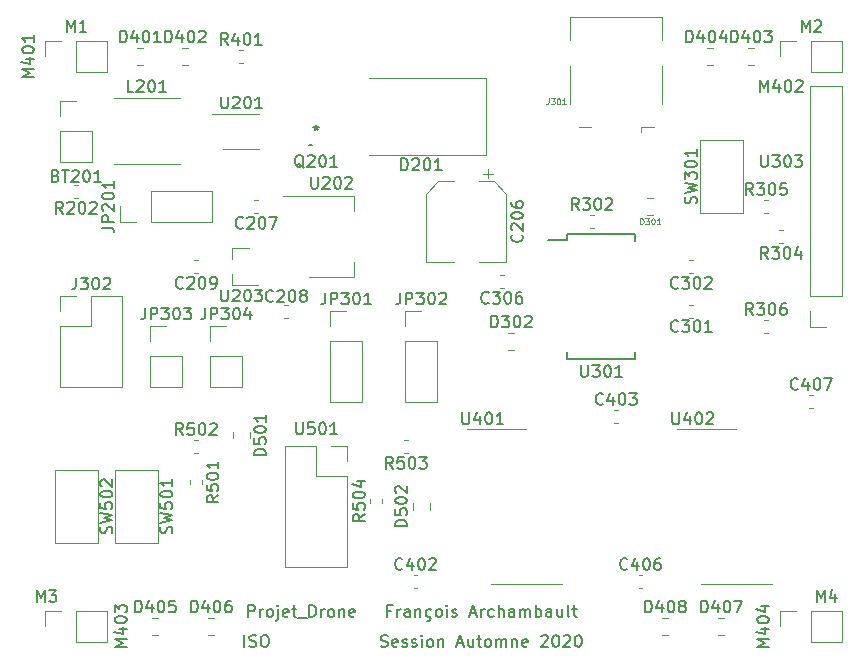
<source format=gbr>
G04 #@! TF.GenerationSoftware,KiCad,Pcbnew,(5.1.6)-1*
G04 #@! TF.CreationDate,2020-09-09T15:03:48-04:00*
G04 #@! TF.ProjectId,electronique_drone,656c6563-7472-46f6-9e69-7175655f6472,2*
G04 #@! TF.SameCoordinates,Original*
G04 #@! TF.FileFunction,Legend,Top*
G04 #@! TF.FilePolarity,Positive*
%FSLAX46Y46*%
G04 Gerber Fmt 4.6, Leading zero omitted, Abs format (unit mm)*
G04 Created by KiCad (PCBNEW (5.1.6)-1) date 2020-09-09 15:03:48*
%MOMM*%
%LPD*%
G01*
G04 APERTURE LIST*
%ADD10C,0.150000*%
%ADD11C,0.120000*%
%ADD12C,0.152400*%
%ADD13C,0.125000*%
G04 APERTURE END LIST*
D10*
X112220476Y-99512380D02*
X112220476Y-98512380D01*
X112553809Y-99226666D01*
X112887142Y-98512380D01*
X112887142Y-99512380D01*
X113791904Y-98845714D02*
X113791904Y-99512380D01*
X113553809Y-98464761D02*
X113315714Y-99179047D01*
X113934761Y-99179047D01*
X46180476Y-99512380D02*
X46180476Y-98512380D01*
X46513809Y-99226666D01*
X46847142Y-98512380D01*
X46847142Y-99512380D01*
X47228095Y-98512380D02*
X47847142Y-98512380D01*
X47513809Y-98893333D01*
X47656666Y-98893333D01*
X47751904Y-98940952D01*
X47799523Y-98988571D01*
X47847142Y-99083809D01*
X47847142Y-99321904D01*
X47799523Y-99417142D01*
X47751904Y-99464761D01*
X47656666Y-99512380D01*
X47370952Y-99512380D01*
X47275714Y-99464761D01*
X47228095Y-99417142D01*
X48720476Y-51252380D02*
X48720476Y-50252380D01*
X49053809Y-50966666D01*
X49387142Y-50252380D01*
X49387142Y-51252380D01*
X50387142Y-51252380D02*
X49815714Y-51252380D01*
X50101428Y-51252380D02*
X50101428Y-50252380D01*
X50006190Y-50395238D01*
X49910952Y-50490476D01*
X49815714Y-50538095D01*
X110950476Y-51252380D02*
X110950476Y-50252380D01*
X111283809Y-50966666D01*
X111617142Y-50252380D01*
X111617142Y-51252380D01*
X112045714Y-50347619D02*
X112093333Y-50300000D01*
X112188571Y-50252380D01*
X112426666Y-50252380D01*
X112521904Y-50300000D01*
X112569523Y-50347619D01*
X112617142Y-50442857D01*
X112617142Y-50538095D01*
X112569523Y-50680952D01*
X111998095Y-51252380D01*
X112617142Y-51252380D01*
X75320000Y-103274761D02*
X75462857Y-103322380D01*
X75700952Y-103322380D01*
X75796190Y-103274761D01*
X75843809Y-103227142D01*
X75891428Y-103131904D01*
X75891428Y-103036666D01*
X75843809Y-102941428D01*
X75796190Y-102893809D01*
X75700952Y-102846190D01*
X75510476Y-102798571D01*
X75415238Y-102750952D01*
X75367619Y-102703333D01*
X75320000Y-102608095D01*
X75320000Y-102512857D01*
X75367619Y-102417619D01*
X75415238Y-102370000D01*
X75510476Y-102322380D01*
X75748571Y-102322380D01*
X75891428Y-102370000D01*
X76700952Y-103274761D02*
X76605714Y-103322380D01*
X76415238Y-103322380D01*
X76320000Y-103274761D01*
X76272380Y-103179523D01*
X76272380Y-102798571D01*
X76320000Y-102703333D01*
X76415238Y-102655714D01*
X76605714Y-102655714D01*
X76700952Y-102703333D01*
X76748571Y-102798571D01*
X76748571Y-102893809D01*
X76272380Y-102989047D01*
X77129523Y-103274761D02*
X77224761Y-103322380D01*
X77415238Y-103322380D01*
X77510476Y-103274761D01*
X77558095Y-103179523D01*
X77558095Y-103131904D01*
X77510476Y-103036666D01*
X77415238Y-102989047D01*
X77272380Y-102989047D01*
X77177142Y-102941428D01*
X77129523Y-102846190D01*
X77129523Y-102798571D01*
X77177142Y-102703333D01*
X77272380Y-102655714D01*
X77415238Y-102655714D01*
X77510476Y-102703333D01*
X77939047Y-103274761D02*
X78034285Y-103322380D01*
X78224761Y-103322380D01*
X78320000Y-103274761D01*
X78367619Y-103179523D01*
X78367619Y-103131904D01*
X78320000Y-103036666D01*
X78224761Y-102989047D01*
X78081904Y-102989047D01*
X77986666Y-102941428D01*
X77939047Y-102846190D01*
X77939047Y-102798571D01*
X77986666Y-102703333D01*
X78081904Y-102655714D01*
X78224761Y-102655714D01*
X78320000Y-102703333D01*
X78796190Y-103322380D02*
X78796190Y-102655714D01*
X78796190Y-102322380D02*
X78748571Y-102370000D01*
X78796190Y-102417619D01*
X78843809Y-102370000D01*
X78796190Y-102322380D01*
X78796190Y-102417619D01*
X79415238Y-103322380D02*
X79320000Y-103274761D01*
X79272380Y-103227142D01*
X79224761Y-103131904D01*
X79224761Y-102846190D01*
X79272380Y-102750952D01*
X79320000Y-102703333D01*
X79415238Y-102655714D01*
X79558095Y-102655714D01*
X79653333Y-102703333D01*
X79700952Y-102750952D01*
X79748571Y-102846190D01*
X79748571Y-103131904D01*
X79700952Y-103227142D01*
X79653333Y-103274761D01*
X79558095Y-103322380D01*
X79415238Y-103322380D01*
X80177142Y-102655714D02*
X80177142Y-103322380D01*
X80177142Y-102750952D02*
X80224761Y-102703333D01*
X80320000Y-102655714D01*
X80462857Y-102655714D01*
X80558095Y-102703333D01*
X80605714Y-102798571D01*
X80605714Y-103322380D01*
X81796190Y-103036666D02*
X82272380Y-103036666D01*
X81700952Y-103322380D02*
X82034285Y-102322380D01*
X82367619Y-103322380D01*
X83129523Y-102655714D02*
X83129523Y-103322380D01*
X82700952Y-102655714D02*
X82700952Y-103179523D01*
X82748571Y-103274761D01*
X82843809Y-103322380D01*
X82986666Y-103322380D01*
X83081904Y-103274761D01*
X83129523Y-103227142D01*
X83462857Y-102655714D02*
X83843809Y-102655714D01*
X83605714Y-102322380D02*
X83605714Y-103179523D01*
X83653333Y-103274761D01*
X83748571Y-103322380D01*
X83843809Y-103322380D01*
X84320000Y-103322380D02*
X84224761Y-103274761D01*
X84177142Y-103227142D01*
X84129523Y-103131904D01*
X84129523Y-102846190D01*
X84177142Y-102750952D01*
X84224761Y-102703333D01*
X84320000Y-102655714D01*
X84462857Y-102655714D01*
X84558095Y-102703333D01*
X84605714Y-102750952D01*
X84653333Y-102846190D01*
X84653333Y-103131904D01*
X84605714Y-103227142D01*
X84558095Y-103274761D01*
X84462857Y-103322380D01*
X84320000Y-103322380D01*
X85081904Y-103322380D02*
X85081904Y-102655714D01*
X85081904Y-102750952D02*
X85129523Y-102703333D01*
X85224761Y-102655714D01*
X85367619Y-102655714D01*
X85462857Y-102703333D01*
X85510476Y-102798571D01*
X85510476Y-103322380D01*
X85510476Y-102798571D02*
X85558095Y-102703333D01*
X85653333Y-102655714D01*
X85796190Y-102655714D01*
X85891428Y-102703333D01*
X85939047Y-102798571D01*
X85939047Y-103322380D01*
X86415238Y-102655714D02*
X86415238Y-103322380D01*
X86415238Y-102750952D02*
X86462857Y-102703333D01*
X86558095Y-102655714D01*
X86700952Y-102655714D01*
X86796190Y-102703333D01*
X86843809Y-102798571D01*
X86843809Y-103322380D01*
X87700952Y-103274761D02*
X87605714Y-103322380D01*
X87415238Y-103322380D01*
X87320000Y-103274761D01*
X87272380Y-103179523D01*
X87272380Y-102798571D01*
X87320000Y-102703333D01*
X87415238Y-102655714D01*
X87605714Y-102655714D01*
X87700952Y-102703333D01*
X87748571Y-102798571D01*
X87748571Y-102893809D01*
X87272380Y-102989047D01*
X88891428Y-102417619D02*
X88939047Y-102370000D01*
X89034285Y-102322380D01*
X89272380Y-102322380D01*
X89367619Y-102370000D01*
X89415238Y-102417619D01*
X89462857Y-102512857D01*
X89462857Y-102608095D01*
X89415238Y-102750952D01*
X88843809Y-103322380D01*
X89462857Y-103322380D01*
X90081904Y-102322380D02*
X90177142Y-102322380D01*
X90272380Y-102370000D01*
X90320000Y-102417619D01*
X90367619Y-102512857D01*
X90415238Y-102703333D01*
X90415238Y-102941428D01*
X90367619Y-103131904D01*
X90320000Y-103227142D01*
X90272380Y-103274761D01*
X90177142Y-103322380D01*
X90081904Y-103322380D01*
X89986666Y-103274761D01*
X89939047Y-103227142D01*
X89891428Y-103131904D01*
X89843809Y-102941428D01*
X89843809Y-102703333D01*
X89891428Y-102512857D01*
X89939047Y-102417619D01*
X89986666Y-102370000D01*
X90081904Y-102322380D01*
X90796190Y-102417619D02*
X90843809Y-102370000D01*
X90939047Y-102322380D01*
X91177142Y-102322380D01*
X91272380Y-102370000D01*
X91320000Y-102417619D01*
X91367619Y-102512857D01*
X91367619Y-102608095D01*
X91320000Y-102750952D01*
X90748571Y-103322380D01*
X91367619Y-103322380D01*
X91986666Y-102322380D02*
X92081904Y-102322380D01*
X92177142Y-102370000D01*
X92224761Y-102417619D01*
X92272380Y-102512857D01*
X92320000Y-102703333D01*
X92320000Y-102941428D01*
X92272380Y-103131904D01*
X92224761Y-103227142D01*
X92177142Y-103274761D01*
X92081904Y-103322380D01*
X91986666Y-103322380D01*
X91891428Y-103274761D01*
X91843809Y-103227142D01*
X91796190Y-103131904D01*
X91748571Y-102941428D01*
X91748571Y-102703333D01*
X91796190Y-102512857D01*
X91843809Y-102417619D01*
X91891428Y-102370000D01*
X91986666Y-102322380D01*
X76200952Y-100258571D02*
X75867619Y-100258571D01*
X75867619Y-100782380D02*
X75867619Y-99782380D01*
X76343809Y-99782380D01*
X76724761Y-100782380D02*
X76724761Y-100115714D01*
X76724761Y-100306190D02*
X76772380Y-100210952D01*
X76820000Y-100163333D01*
X76915238Y-100115714D01*
X77010476Y-100115714D01*
X77772380Y-100782380D02*
X77772380Y-100258571D01*
X77724761Y-100163333D01*
X77629523Y-100115714D01*
X77439047Y-100115714D01*
X77343809Y-100163333D01*
X77772380Y-100734761D02*
X77677142Y-100782380D01*
X77439047Y-100782380D01*
X77343809Y-100734761D01*
X77296190Y-100639523D01*
X77296190Y-100544285D01*
X77343809Y-100449047D01*
X77439047Y-100401428D01*
X77677142Y-100401428D01*
X77772380Y-100353809D01*
X78248571Y-100115714D02*
X78248571Y-100782380D01*
X78248571Y-100210952D02*
X78296190Y-100163333D01*
X78391428Y-100115714D01*
X78534285Y-100115714D01*
X78629523Y-100163333D01*
X78677142Y-100258571D01*
X78677142Y-100782380D01*
X79581904Y-100734761D02*
X79486666Y-100782380D01*
X79296190Y-100782380D01*
X79200952Y-100734761D01*
X79153333Y-100687142D01*
X79105714Y-100591904D01*
X79105714Y-100306190D01*
X79153333Y-100210952D01*
X79200952Y-100163333D01*
X79296190Y-100115714D01*
X79486666Y-100115714D01*
X79581904Y-100163333D01*
X79391428Y-100830000D02*
X79486666Y-100877619D01*
X79534285Y-100972857D01*
X79486666Y-101068095D01*
X79391428Y-101115714D01*
X79248571Y-101115714D01*
X80153333Y-100782380D02*
X80058095Y-100734761D01*
X80010476Y-100687142D01*
X79962857Y-100591904D01*
X79962857Y-100306190D01*
X80010476Y-100210952D01*
X80058095Y-100163333D01*
X80153333Y-100115714D01*
X80296190Y-100115714D01*
X80391428Y-100163333D01*
X80439047Y-100210952D01*
X80486666Y-100306190D01*
X80486666Y-100591904D01*
X80439047Y-100687142D01*
X80391428Y-100734761D01*
X80296190Y-100782380D01*
X80153333Y-100782380D01*
X80915238Y-100782380D02*
X80915238Y-100115714D01*
X80915238Y-99782380D02*
X80867619Y-99830000D01*
X80915238Y-99877619D01*
X80962857Y-99830000D01*
X80915238Y-99782380D01*
X80915238Y-99877619D01*
X81343809Y-100734761D02*
X81439047Y-100782380D01*
X81629523Y-100782380D01*
X81724761Y-100734761D01*
X81772380Y-100639523D01*
X81772380Y-100591904D01*
X81724761Y-100496666D01*
X81629523Y-100449047D01*
X81486666Y-100449047D01*
X81391428Y-100401428D01*
X81343809Y-100306190D01*
X81343809Y-100258571D01*
X81391428Y-100163333D01*
X81486666Y-100115714D01*
X81629523Y-100115714D01*
X81724761Y-100163333D01*
X82915238Y-100496666D02*
X83391428Y-100496666D01*
X82820000Y-100782380D02*
X83153333Y-99782380D01*
X83486666Y-100782380D01*
X83820000Y-100782380D02*
X83820000Y-100115714D01*
X83820000Y-100306190D02*
X83867619Y-100210952D01*
X83915238Y-100163333D01*
X84010476Y-100115714D01*
X84105714Y-100115714D01*
X84867619Y-100734761D02*
X84772380Y-100782380D01*
X84581904Y-100782380D01*
X84486666Y-100734761D01*
X84439047Y-100687142D01*
X84391428Y-100591904D01*
X84391428Y-100306190D01*
X84439047Y-100210952D01*
X84486666Y-100163333D01*
X84581904Y-100115714D01*
X84772380Y-100115714D01*
X84867619Y-100163333D01*
X85296190Y-100782380D02*
X85296190Y-99782380D01*
X85724761Y-100782380D02*
X85724761Y-100258571D01*
X85677142Y-100163333D01*
X85581904Y-100115714D01*
X85439047Y-100115714D01*
X85343809Y-100163333D01*
X85296190Y-100210952D01*
X86629523Y-100782380D02*
X86629523Y-100258571D01*
X86581904Y-100163333D01*
X86486666Y-100115714D01*
X86296190Y-100115714D01*
X86200952Y-100163333D01*
X86629523Y-100734761D02*
X86534285Y-100782380D01*
X86296190Y-100782380D01*
X86200952Y-100734761D01*
X86153333Y-100639523D01*
X86153333Y-100544285D01*
X86200952Y-100449047D01*
X86296190Y-100401428D01*
X86534285Y-100401428D01*
X86629523Y-100353809D01*
X87105714Y-100782380D02*
X87105714Y-100115714D01*
X87105714Y-100210952D02*
X87153333Y-100163333D01*
X87248571Y-100115714D01*
X87391428Y-100115714D01*
X87486666Y-100163333D01*
X87534285Y-100258571D01*
X87534285Y-100782380D01*
X87534285Y-100258571D02*
X87581904Y-100163333D01*
X87677142Y-100115714D01*
X87820000Y-100115714D01*
X87915238Y-100163333D01*
X87962857Y-100258571D01*
X87962857Y-100782380D01*
X88439047Y-100782380D02*
X88439047Y-99782380D01*
X88439047Y-100163333D02*
X88534285Y-100115714D01*
X88724761Y-100115714D01*
X88820000Y-100163333D01*
X88867619Y-100210952D01*
X88915238Y-100306190D01*
X88915238Y-100591904D01*
X88867619Y-100687142D01*
X88820000Y-100734761D01*
X88724761Y-100782380D01*
X88534285Y-100782380D01*
X88439047Y-100734761D01*
X89772380Y-100782380D02*
X89772380Y-100258571D01*
X89724761Y-100163333D01*
X89629523Y-100115714D01*
X89439047Y-100115714D01*
X89343809Y-100163333D01*
X89772380Y-100734761D02*
X89677142Y-100782380D01*
X89439047Y-100782380D01*
X89343809Y-100734761D01*
X89296190Y-100639523D01*
X89296190Y-100544285D01*
X89343809Y-100449047D01*
X89439047Y-100401428D01*
X89677142Y-100401428D01*
X89772380Y-100353809D01*
X90677142Y-100115714D02*
X90677142Y-100782380D01*
X90248571Y-100115714D02*
X90248571Y-100639523D01*
X90296190Y-100734761D01*
X90391428Y-100782380D01*
X90534285Y-100782380D01*
X90629523Y-100734761D01*
X90677142Y-100687142D01*
X91296190Y-100782380D02*
X91200952Y-100734761D01*
X91153333Y-100639523D01*
X91153333Y-99782380D01*
X91534285Y-100115714D02*
X91915238Y-100115714D01*
X91677142Y-99782380D02*
X91677142Y-100639523D01*
X91724761Y-100734761D01*
X91820000Y-100782380D01*
X91915238Y-100782380D01*
X63770000Y-103322380D02*
X63770000Y-102322380D01*
X64198571Y-103274761D02*
X64341428Y-103322380D01*
X64579523Y-103322380D01*
X64674761Y-103274761D01*
X64722380Y-103227142D01*
X64770000Y-103131904D01*
X64770000Y-103036666D01*
X64722380Y-102941428D01*
X64674761Y-102893809D01*
X64579523Y-102846190D01*
X64389047Y-102798571D01*
X64293809Y-102750952D01*
X64246190Y-102703333D01*
X64198571Y-102608095D01*
X64198571Y-102512857D01*
X64246190Y-102417619D01*
X64293809Y-102370000D01*
X64389047Y-102322380D01*
X64627142Y-102322380D01*
X64770000Y-102370000D01*
X65389047Y-102322380D02*
X65579523Y-102322380D01*
X65674761Y-102370000D01*
X65770000Y-102465238D01*
X65817619Y-102655714D01*
X65817619Y-102989047D01*
X65770000Y-103179523D01*
X65674761Y-103274761D01*
X65579523Y-103322380D01*
X65389047Y-103322380D01*
X65293809Y-103274761D01*
X65198571Y-103179523D01*
X65150952Y-102989047D01*
X65150952Y-102655714D01*
X65198571Y-102465238D01*
X65293809Y-102370000D01*
X65389047Y-102322380D01*
X64080000Y-100782380D02*
X64080000Y-99782380D01*
X64460952Y-99782380D01*
X64556190Y-99830000D01*
X64603809Y-99877619D01*
X64651428Y-99972857D01*
X64651428Y-100115714D01*
X64603809Y-100210952D01*
X64556190Y-100258571D01*
X64460952Y-100306190D01*
X64080000Y-100306190D01*
X65080000Y-100782380D02*
X65080000Y-100115714D01*
X65080000Y-100306190D02*
X65127619Y-100210952D01*
X65175238Y-100163333D01*
X65270476Y-100115714D01*
X65365714Y-100115714D01*
X65841904Y-100782380D02*
X65746666Y-100734761D01*
X65699047Y-100687142D01*
X65651428Y-100591904D01*
X65651428Y-100306190D01*
X65699047Y-100210952D01*
X65746666Y-100163333D01*
X65841904Y-100115714D01*
X65984761Y-100115714D01*
X66080000Y-100163333D01*
X66127619Y-100210952D01*
X66175238Y-100306190D01*
X66175238Y-100591904D01*
X66127619Y-100687142D01*
X66080000Y-100734761D01*
X65984761Y-100782380D01*
X65841904Y-100782380D01*
X66603809Y-100115714D02*
X66603809Y-100972857D01*
X66556190Y-101068095D01*
X66460952Y-101115714D01*
X66413333Y-101115714D01*
X66603809Y-99782380D02*
X66556190Y-99830000D01*
X66603809Y-99877619D01*
X66651428Y-99830000D01*
X66603809Y-99782380D01*
X66603809Y-99877619D01*
X67460952Y-100734761D02*
X67365714Y-100782380D01*
X67175238Y-100782380D01*
X67080000Y-100734761D01*
X67032380Y-100639523D01*
X67032380Y-100258571D01*
X67080000Y-100163333D01*
X67175238Y-100115714D01*
X67365714Y-100115714D01*
X67460952Y-100163333D01*
X67508571Y-100258571D01*
X67508571Y-100353809D01*
X67032380Y-100449047D01*
X67794285Y-100115714D02*
X68175238Y-100115714D01*
X67937142Y-99782380D02*
X67937142Y-100639523D01*
X67984761Y-100734761D01*
X68080000Y-100782380D01*
X68175238Y-100782380D01*
X68270476Y-100877619D02*
X69032380Y-100877619D01*
X69270476Y-100782380D02*
X69270476Y-99782380D01*
X69508571Y-99782380D01*
X69651428Y-99830000D01*
X69746666Y-99925238D01*
X69794285Y-100020476D01*
X69841904Y-100210952D01*
X69841904Y-100353809D01*
X69794285Y-100544285D01*
X69746666Y-100639523D01*
X69651428Y-100734761D01*
X69508571Y-100782380D01*
X69270476Y-100782380D01*
X70270476Y-100782380D02*
X70270476Y-100115714D01*
X70270476Y-100306190D02*
X70318095Y-100210952D01*
X70365714Y-100163333D01*
X70460952Y-100115714D01*
X70556190Y-100115714D01*
X71032380Y-100782380D02*
X70937142Y-100734761D01*
X70889523Y-100687142D01*
X70841904Y-100591904D01*
X70841904Y-100306190D01*
X70889523Y-100210952D01*
X70937142Y-100163333D01*
X71032380Y-100115714D01*
X71175238Y-100115714D01*
X71270476Y-100163333D01*
X71318095Y-100210952D01*
X71365714Y-100306190D01*
X71365714Y-100591904D01*
X71318095Y-100687142D01*
X71270476Y-100734761D01*
X71175238Y-100782380D01*
X71032380Y-100782380D01*
X71794285Y-100115714D02*
X71794285Y-100782380D01*
X71794285Y-100210952D02*
X71841904Y-100163333D01*
X71937142Y-100115714D01*
X72080000Y-100115714D01*
X72175238Y-100163333D01*
X72222857Y-100258571D01*
X72222857Y-100782380D01*
X73080000Y-100734761D02*
X72984761Y-100782380D01*
X72794285Y-100782380D01*
X72699047Y-100734761D01*
X72651428Y-100639523D01*
X72651428Y-100258571D01*
X72699047Y-100163333D01*
X72794285Y-100115714D01*
X72984761Y-100115714D01*
X73080000Y-100163333D01*
X73127619Y-100258571D01*
X73127619Y-100353809D01*
X72651428Y-100449047D01*
D11*
X48200000Y-62290000D02*
X50860000Y-62290000D01*
X48200000Y-59690000D02*
X48200000Y-62290000D01*
X50860000Y-59690000D02*
X50860000Y-62290000D01*
X48200000Y-59690000D02*
X50860000Y-59690000D01*
X48200000Y-58420000D02*
X48200000Y-57090000D01*
X48200000Y-57090000D02*
X49530000Y-57090000D01*
X79140000Y-70720000D02*
X81490000Y-70720000D01*
X85960000Y-70720000D02*
X83610000Y-70720000D01*
X85960000Y-64964437D02*
X85960000Y-70720000D01*
X79140000Y-64964437D02*
X79140000Y-70720000D01*
X80204437Y-63900000D02*
X81490000Y-63900000D01*
X84895563Y-63900000D02*
X83610000Y-63900000D01*
X84895563Y-63900000D02*
X85960000Y-64964437D01*
X80204437Y-63900000D02*
X79140000Y-64964437D01*
X84397500Y-62872500D02*
X84397500Y-63660000D01*
X84791250Y-63266250D02*
X84003750Y-63266250D01*
X64932779Y-65530000D02*
X64607221Y-65530000D01*
X64932779Y-66550000D02*
X64607221Y-66550000D01*
X67147221Y-74420000D02*
X67472779Y-74420000D01*
X67147221Y-75440000D02*
X67472779Y-75440000D01*
X59852779Y-70610000D02*
X59527221Y-70610000D01*
X59852779Y-71630000D02*
X59527221Y-71630000D01*
X101437221Y-74420000D02*
X101762779Y-74420000D01*
X101437221Y-75440000D02*
X101762779Y-75440000D01*
X101762779Y-71630000D02*
X101437221Y-71630000D01*
X101762779Y-70610000D02*
X101437221Y-70610000D01*
X85735279Y-71880000D02*
X85409721Y-71880000D01*
X85735279Y-72900000D02*
X85409721Y-72900000D01*
X78094721Y-98300000D02*
X78420279Y-98300000D01*
X78094721Y-97280000D02*
X78420279Y-97280000D01*
X95087221Y-83310000D02*
X95412779Y-83310000D01*
X95087221Y-84330000D02*
X95412779Y-84330000D01*
X97144721Y-98300000D02*
X97470279Y-98300000D01*
X97144721Y-97280000D02*
X97470279Y-97280000D01*
X111597221Y-83060000D02*
X111922779Y-83060000D01*
X111597221Y-82040000D02*
X111922779Y-82040000D01*
X84240000Y-55170000D02*
X84240000Y-61670000D01*
X84240000Y-55170000D02*
X74340000Y-55170000D01*
X84240000Y-61670000D02*
X74340000Y-61670000D01*
X97863922Y-66750000D02*
X98381078Y-66750000D01*
X97863922Y-65330000D02*
X98381078Y-65330000D01*
X86101422Y-78180000D02*
X86618578Y-78180000D01*
X86101422Y-76760000D02*
X86618578Y-76760000D01*
X54683922Y-52630000D02*
X55201078Y-52630000D01*
X54683922Y-54050000D02*
X55201078Y-54050000D01*
X58493922Y-54050000D02*
X59011078Y-54050000D01*
X58493922Y-52630000D02*
X59011078Y-52630000D01*
X106421422Y-52630000D02*
X106938578Y-52630000D01*
X106421422Y-54050000D02*
X106938578Y-54050000D01*
X102943922Y-52630000D02*
X103461078Y-52630000D01*
X102943922Y-54050000D02*
X103461078Y-54050000D01*
X55953922Y-102310000D02*
X56471078Y-102310000D01*
X55953922Y-100890000D02*
X56471078Y-100890000D01*
X60701422Y-100890000D02*
X61218578Y-100890000D01*
X60701422Y-102310000D02*
X61218578Y-102310000D01*
X103881422Y-100890000D02*
X104398578Y-100890000D01*
X103881422Y-102310000D02*
X104398578Y-102310000D01*
X99133922Y-100890000D02*
X99651078Y-100890000D01*
X99133922Y-102310000D02*
X99651078Y-102310000D01*
X62790000Y-85163922D02*
X62790000Y-85681078D01*
X64210000Y-85163922D02*
X64210000Y-85681078D01*
X79450000Y-91698578D02*
X79450000Y-91181422D01*
X78030000Y-91698578D02*
X78030000Y-91181422D01*
X91340000Y-49970000D02*
X99160000Y-49970000D01*
X97360000Y-59290000D02*
X97360000Y-59720000D01*
X91340000Y-49970000D02*
X91340000Y-51920000D01*
X91340000Y-54140000D02*
X91340000Y-57370000D01*
X93140000Y-59290000D02*
X92060000Y-59290000D01*
X98440000Y-59290000D02*
X97360000Y-59290000D01*
X99160000Y-54140000D02*
X99160000Y-57370000D01*
X99160000Y-49970000D02*
X99160000Y-51920000D01*
X48200000Y-81340000D02*
X53400000Y-81340000D01*
X48200000Y-76200000D02*
X48200000Y-81340000D01*
X53400000Y-73600000D02*
X53400000Y-81340000D01*
X48200000Y-76200000D02*
X50800000Y-76200000D01*
X50800000Y-76200000D02*
X50800000Y-73600000D01*
X50800000Y-73600000D02*
X53400000Y-73600000D01*
X48200000Y-74930000D02*
X48200000Y-73600000D01*
X48200000Y-73600000D02*
X49530000Y-73600000D01*
X61020000Y-67370000D02*
X61020000Y-64710000D01*
X55880000Y-67370000D02*
X61020000Y-67370000D01*
X55880000Y-64710000D02*
X61020000Y-64710000D01*
X55880000Y-67370000D02*
X55880000Y-64710000D01*
X54610000Y-67370000D02*
X53280000Y-67370000D01*
X53280000Y-67370000D02*
X53280000Y-66040000D01*
X71060000Y-82610000D02*
X73720000Y-82610000D01*
X71060000Y-77470000D02*
X71060000Y-82610000D01*
X73720000Y-77470000D02*
X73720000Y-82610000D01*
X71060000Y-77470000D02*
X73720000Y-77470000D01*
X71060000Y-76200000D02*
X71060000Y-74870000D01*
X71060000Y-74870000D02*
X72390000Y-74870000D01*
X77410000Y-74870000D02*
X78740000Y-74870000D01*
X77410000Y-76200000D02*
X77410000Y-74870000D01*
X77410000Y-77470000D02*
X80070000Y-77470000D01*
X80070000Y-77470000D02*
X80070000Y-82610000D01*
X77410000Y-77470000D02*
X77410000Y-82610000D01*
X77410000Y-82610000D02*
X80070000Y-82610000D01*
X55820000Y-76140000D02*
X57150000Y-76140000D01*
X55820000Y-77470000D02*
X55820000Y-76140000D01*
X55820000Y-78740000D02*
X58480000Y-78740000D01*
X58480000Y-78740000D02*
X58480000Y-81340000D01*
X55820000Y-78740000D02*
X55820000Y-81340000D01*
X55820000Y-81340000D02*
X58480000Y-81340000D01*
X60900000Y-81340000D02*
X63560000Y-81340000D01*
X60900000Y-78740000D02*
X60900000Y-81340000D01*
X63560000Y-78740000D02*
X63560000Y-81340000D01*
X60900000Y-78740000D02*
X63560000Y-78740000D01*
X60900000Y-77470000D02*
X60900000Y-76140000D01*
X60900000Y-76140000D02*
X62230000Y-76140000D01*
X58289000Y-62484000D02*
X52701000Y-62484000D01*
X52701000Y-56896000D02*
X58289000Y-56896000D01*
X46930000Y-53340000D02*
X46930000Y-52010000D01*
X46930000Y-52010000D02*
X48260000Y-52010000D01*
X49530000Y-52010000D02*
X52130000Y-52010000D01*
X52130000Y-54670000D02*
X52130000Y-52010000D01*
X49530000Y-54670000D02*
X52130000Y-54670000D01*
X49530000Y-54670000D02*
X49530000Y-52010000D01*
X111760000Y-54670000D02*
X111760000Y-52010000D01*
X111760000Y-54670000D02*
X114360000Y-54670000D01*
X114360000Y-54670000D02*
X114360000Y-52010000D01*
X111760000Y-52010000D02*
X114360000Y-52010000D01*
X109160000Y-52010000D02*
X110490000Y-52010000D01*
X109160000Y-53340000D02*
X109160000Y-52010000D01*
X46930000Y-101600000D02*
X46930000Y-100270000D01*
X46930000Y-100270000D02*
X48260000Y-100270000D01*
X49530000Y-100270000D02*
X52130000Y-100270000D01*
X52130000Y-102930000D02*
X52130000Y-100270000D01*
X49530000Y-102930000D02*
X52130000Y-102930000D01*
X49530000Y-102930000D02*
X49530000Y-100270000D01*
X111760000Y-102930000D02*
X111760000Y-100270000D01*
X111760000Y-102930000D02*
X114360000Y-102930000D01*
X114360000Y-102930000D02*
X114360000Y-100270000D01*
X111760000Y-100270000D02*
X114360000Y-100270000D01*
X109160000Y-100270000D02*
X110490000Y-100270000D01*
X109160000Y-101600000D02*
X109160000Y-100270000D01*
D12*
X69208039Y-60820300D02*
X69471053Y-60820300D01*
D11*
X49692779Y-65280000D02*
X49367221Y-65280000D01*
X49692779Y-64260000D02*
X49367221Y-64260000D01*
X93029721Y-66800000D02*
X93355279Y-66800000D01*
X93029721Y-67820000D02*
X93355279Y-67820000D01*
X109382779Y-68070000D02*
X109057221Y-68070000D01*
X109382779Y-69090000D02*
X109057221Y-69090000D01*
X107787221Y-65530000D02*
X108112779Y-65530000D01*
X107787221Y-66550000D02*
X108112779Y-66550000D01*
X107787221Y-75690000D02*
X108112779Y-75690000D01*
X107787221Y-76710000D02*
X108112779Y-76710000D01*
X63337221Y-52830000D02*
X63662779Y-52830000D01*
X63337221Y-53850000D02*
X63662779Y-53850000D01*
X59180000Y-89219721D02*
X59180000Y-89545279D01*
X60200000Y-89219721D02*
X60200000Y-89545279D01*
X59527221Y-85850000D02*
X59852779Y-85850000D01*
X59527221Y-86870000D02*
X59852779Y-86870000D01*
X77632779Y-85850000D02*
X77307221Y-85850000D01*
X77632779Y-86870000D02*
X77307221Y-86870000D01*
X74420000Y-91120279D02*
X74420000Y-90794721D01*
X75440000Y-91120279D02*
X75440000Y-90794721D01*
X102330000Y-66560000D02*
X102330000Y-60440000D01*
X102330000Y-60440000D02*
X105950000Y-60440000D01*
X105950000Y-60440000D02*
X105950000Y-66560000D01*
X105950000Y-66560000D02*
X102330000Y-66560000D01*
X52800000Y-88380000D02*
X56420000Y-88380000D01*
X52800000Y-94500000D02*
X52800000Y-88380000D01*
X56420000Y-94500000D02*
X52800000Y-94500000D01*
X56420000Y-88380000D02*
X56420000Y-94500000D01*
X51340000Y-88380000D02*
X51340000Y-94500000D01*
X51340000Y-94500000D02*
X47720000Y-94500000D01*
X47720000Y-94500000D02*
X47720000Y-88380000D01*
X47720000Y-88380000D02*
X51340000Y-88380000D01*
X65000000Y-61190000D02*
X62000000Y-61190000D01*
X65000000Y-58190000D02*
X61000000Y-58190000D01*
X73030000Y-71990000D02*
X73030000Y-70730000D01*
X73030000Y-65170000D02*
X73030000Y-66430000D01*
X69270000Y-71990000D02*
X73030000Y-71990000D01*
X67020000Y-65170000D02*
X73030000Y-65170000D01*
X62740000Y-69540000D02*
X62740000Y-70470000D01*
X62740000Y-72700000D02*
X62740000Y-71770000D01*
X62740000Y-72700000D02*
X64900000Y-72700000D01*
X62740000Y-69540000D02*
X64200000Y-69540000D01*
D10*
X91105000Y-68335000D02*
X91105000Y-68910000D01*
X96855000Y-68335000D02*
X96855000Y-68985000D01*
X96855000Y-78985000D02*
X96855000Y-78335000D01*
X91105000Y-78985000D02*
X91105000Y-78335000D01*
X91105000Y-68335000D02*
X96855000Y-68335000D01*
X91105000Y-78985000D02*
X96855000Y-78985000D01*
X91105000Y-68910000D02*
X89505000Y-68910000D01*
D11*
X114360000Y-73660000D02*
X111700000Y-73660000D01*
X114360000Y-73660000D02*
X114360000Y-55820000D01*
X114360000Y-55820000D02*
X111700000Y-55820000D01*
X111700000Y-73660000D02*
X111700000Y-55820000D01*
X111700000Y-76260000D02*
X111700000Y-74930000D01*
X113030000Y-76260000D02*
X111700000Y-76260000D01*
X82630000Y-84910000D02*
X87630000Y-84910000D01*
X84630000Y-97970000D02*
X90630000Y-97970000D01*
X102410000Y-97970000D02*
X108410000Y-97970000D01*
X100410000Y-84910000D02*
X105410000Y-84910000D01*
X67250000Y-86300000D02*
X69850000Y-86300000D01*
X67250000Y-86300000D02*
X67250000Y-96580000D01*
X67250000Y-96580000D02*
X72450000Y-96580000D01*
X72450000Y-88900000D02*
X72450000Y-96580000D01*
X69850000Y-88900000D02*
X72450000Y-88900000D01*
X69850000Y-86300000D02*
X69850000Y-88900000D01*
X72450000Y-86300000D02*
X72450000Y-87630000D01*
X71120000Y-86300000D02*
X72450000Y-86300000D01*
D10*
X47791904Y-63428571D02*
X47934761Y-63476190D01*
X47982380Y-63523809D01*
X48030000Y-63619047D01*
X48030000Y-63761904D01*
X47982380Y-63857142D01*
X47934761Y-63904761D01*
X47839523Y-63952380D01*
X47458571Y-63952380D01*
X47458571Y-62952380D01*
X47791904Y-62952380D01*
X47887142Y-63000000D01*
X47934761Y-63047619D01*
X47982380Y-63142857D01*
X47982380Y-63238095D01*
X47934761Y-63333333D01*
X47887142Y-63380952D01*
X47791904Y-63428571D01*
X47458571Y-63428571D01*
X48315714Y-62952380D02*
X48887142Y-62952380D01*
X48601428Y-63952380D02*
X48601428Y-62952380D01*
X49172857Y-63047619D02*
X49220476Y-63000000D01*
X49315714Y-62952380D01*
X49553809Y-62952380D01*
X49649047Y-63000000D01*
X49696666Y-63047619D01*
X49744285Y-63142857D01*
X49744285Y-63238095D01*
X49696666Y-63380952D01*
X49125238Y-63952380D01*
X49744285Y-63952380D01*
X50363333Y-62952380D02*
X50458571Y-62952380D01*
X50553809Y-63000000D01*
X50601428Y-63047619D01*
X50649047Y-63142857D01*
X50696666Y-63333333D01*
X50696666Y-63571428D01*
X50649047Y-63761904D01*
X50601428Y-63857142D01*
X50553809Y-63904761D01*
X50458571Y-63952380D01*
X50363333Y-63952380D01*
X50268095Y-63904761D01*
X50220476Y-63857142D01*
X50172857Y-63761904D01*
X50125238Y-63571428D01*
X50125238Y-63333333D01*
X50172857Y-63142857D01*
X50220476Y-63047619D01*
X50268095Y-63000000D01*
X50363333Y-62952380D01*
X51649047Y-63952380D02*
X51077619Y-63952380D01*
X51363333Y-63952380D02*
X51363333Y-62952380D01*
X51268095Y-63095238D01*
X51172857Y-63190476D01*
X51077619Y-63238095D01*
X87257142Y-68429047D02*
X87304761Y-68476666D01*
X87352380Y-68619523D01*
X87352380Y-68714761D01*
X87304761Y-68857619D01*
X87209523Y-68952857D01*
X87114285Y-69000476D01*
X86923809Y-69048095D01*
X86780952Y-69048095D01*
X86590476Y-69000476D01*
X86495238Y-68952857D01*
X86400000Y-68857619D01*
X86352380Y-68714761D01*
X86352380Y-68619523D01*
X86400000Y-68476666D01*
X86447619Y-68429047D01*
X86447619Y-68048095D02*
X86400000Y-68000476D01*
X86352380Y-67905238D01*
X86352380Y-67667142D01*
X86400000Y-67571904D01*
X86447619Y-67524285D01*
X86542857Y-67476666D01*
X86638095Y-67476666D01*
X86780952Y-67524285D01*
X87352380Y-68095714D01*
X87352380Y-67476666D01*
X86352380Y-66857619D02*
X86352380Y-66762380D01*
X86400000Y-66667142D01*
X86447619Y-66619523D01*
X86542857Y-66571904D01*
X86733333Y-66524285D01*
X86971428Y-66524285D01*
X87161904Y-66571904D01*
X87257142Y-66619523D01*
X87304761Y-66667142D01*
X87352380Y-66762380D01*
X87352380Y-66857619D01*
X87304761Y-66952857D01*
X87257142Y-67000476D01*
X87161904Y-67048095D01*
X86971428Y-67095714D01*
X86733333Y-67095714D01*
X86542857Y-67048095D01*
X86447619Y-67000476D01*
X86400000Y-66952857D01*
X86352380Y-66857619D01*
X86352380Y-65667142D02*
X86352380Y-65857619D01*
X86400000Y-65952857D01*
X86447619Y-66000476D01*
X86590476Y-66095714D01*
X86780952Y-66143333D01*
X87161904Y-66143333D01*
X87257142Y-66095714D01*
X87304761Y-66048095D01*
X87352380Y-65952857D01*
X87352380Y-65762380D01*
X87304761Y-65667142D01*
X87257142Y-65619523D01*
X87161904Y-65571904D01*
X86923809Y-65571904D01*
X86828571Y-65619523D01*
X86780952Y-65667142D01*
X86733333Y-65762380D01*
X86733333Y-65952857D01*
X86780952Y-66048095D01*
X86828571Y-66095714D01*
X86923809Y-66143333D01*
X63650952Y-67827142D02*
X63603333Y-67874761D01*
X63460476Y-67922380D01*
X63365238Y-67922380D01*
X63222380Y-67874761D01*
X63127142Y-67779523D01*
X63079523Y-67684285D01*
X63031904Y-67493809D01*
X63031904Y-67350952D01*
X63079523Y-67160476D01*
X63127142Y-67065238D01*
X63222380Y-66970000D01*
X63365238Y-66922380D01*
X63460476Y-66922380D01*
X63603333Y-66970000D01*
X63650952Y-67017619D01*
X64031904Y-67017619D02*
X64079523Y-66970000D01*
X64174761Y-66922380D01*
X64412857Y-66922380D01*
X64508095Y-66970000D01*
X64555714Y-67017619D01*
X64603333Y-67112857D01*
X64603333Y-67208095D01*
X64555714Y-67350952D01*
X63984285Y-67922380D01*
X64603333Y-67922380D01*
X65222380Y-66922380D02*
X65317619Y-66922380D01*
X65412857Y-66970000D01*
X65460476Y-67017619D01*
X65508095Y-67112857D01*
X65555714Y-67303333D01*
X65555714Y-67541428D01*
X65508095Y-67731904D01*
X65460476Y-67827142D01*
X65412857Y-67874761D01*
X65317619Y-67922380D01*
X65222380Y-67922380D01*
X65127142Y-67874761D01*
X65079523Y-67827142D01*
X65031904Y-67731904D01*
X64984285Y-67541428D01*
X64984285Y-67303333D01*
X65031904Y-67112857D01*
X65079523Y-67017619D01*
X65127142Y-66970000D01*
X65222380Y-66922380D01*
X65889047Y-66922380D02*
X66555714Y-66922380D01*
X66127142Y-67922380D01*
X66190952Y-74017142D02*
X66143333Y-74064761D01*
X66000476Y-74112380D01*
X65905238Y-74112380D01*
X65762380Y-74064761D01*
X65667142Y-73969523D01*
X65619523Y-73874285D01*
X65571904Y-73683809D01*
X65571904Y-73540952D01*
X65619523Y-73350476D01*
X65667142Y-73255238D01*
X65762380Y-73160000D01*
X65905238Y-73112380D01*
X66000476Y-73112380D01*
X66143333Y-73160000D01*
X66190952Y-73207619D01*
X66571904Y-73207619D02*
X66619523Y-73160000D01*
X66714761Y-73112380D01*
X66952857Y-73112380D01*
X67048095Y-73160000D01*
X67095714Y-73207619D01*
X67143333Y-73302857D01*
X67143333Y-73398095D01*
X67095714Y-73540952D01*
X66524285Y-74112380D01*
X67143333Y-74112380D01*
X67762380Y-73112380D02*
X67857619Y-73112380D01*
X67952857Y-73160000D01*
X68000476Y-73207619D01*
X68048095Y-73302857D01*
X68095714Y-73493333D01*
X68095714Y-73731428D01*
X68048095Y-73921904D01*
X68000476Y-74017142D01*
X67952857Y-74064761D01*
X67857619Y-74112380D01*
X67762380Y-74112380D01*
X67667142Y-74064761D01*
X67619523Y-74017142D01*
X67571904Y-73921904D01*
X67524285Y-73731428D01*
X67524285Y-73493333D01*
X67571904Y-73302857D01*
X67619523Y-73207619D01*
X67667142Y-73160000D01*
X67762380Y-73112380D01*
X68667142Y-73540952D02*
X68571904Y-73493333D01*
X68524285Y-73445714D01*
X68476666Y-73350476D01*
X68476666Y-73302857D01*
X68524285Y-73207619D01*
X68571904Y-73160000D01*
X68667142Y-73112380D01*
X68857619Y-73112380D01*
X68952857Y-73160000D01*
X69000476Y-73207619D01*
X69048095Y-73302857D01*
X69048095Y-73350476D01*
X69000476Y-73445714D01*
X68952857Y-73493333D01*
X68857619Y-73540952D01*
X68667142Y-73540952D01*
X68571904Y-73588571D01*
X68524285Y-73636190D01*
X68476666Y-73731428D01*
X68476666Y-73921904D01*
X68524285Y-74017142D01*
X68571904Y-74064761D01*
X68667142Y-74112380D01*
X68857619Y-74112380D01*
X68952857Y-74064761D01*
X69000476Y-74017142D01*
X69048095Y-73921904D01*
X69048095Y-73731428D01*
X69000476Y-73636190D01*
X68952857Y-73588571D01*
X68857619Y-73540952D01*
X58570952Y-72907142D02*
X58523333Y-72954761D01*
X58380476Y-73002380D01*
X58285238Y-73002380D01*
X58142380Y-72954761D01*
X58047142Y-72859523D01*
X57999523Y-72764285D01*
X57951904Y-72573809D01*
X57951904Y-72430952D01*
X57999523Y-72240476D01*
X58047142Y-72145238D01*
X58142380Y-72050000D01*
X58285238Y-72002380D01*
X58380476Y-72002380D01*
X58523333Y-72050000D01*
X58570952Y-72097619D01*
X58951904Y-72097619D02*
X58999523Y-72050000D01*
X59094761Y-72002380D01*
X59332857Y-72002380D01*
X59428095Y-72050000D01*
X59475714Y-72097619D01*
X59523333Y-72192857D01*
X59523333Y-72288095D01*
X59475714Y-72430952D01*
X58904285Y-73002380D01*
X59523333Y-73002380D01*
X60142380Y-72002380D02*
X60237619Y-72002380D01*
X60332857Y-72050000D01*
X60380476Y-72097619D01*
X60428095Y-72192857D01*
X60475714Y-72383333D01*
X60475714Y-72621428D01*
X60428095Y-72811904D01*
X60380476Y-72907142D01*
X60332857Y-72954761D01*
X60237619Y-73002380D01*
X60142380Y-73002380D01*
X60047142Y-72954761D01*
X59999523Y-72907142D01*
X59951904Y-72811904D01*
X59904285Y-72621428D01*
X59904285Y-72383333D01*
X59951904Y-72192857D01*
X59999523Y-72097619D01*
X60047142Y-72050000D01*
X60142380Y-72002380D01*
X60951904Y-73002380D02*
X61142380Y-73002380D01*
X61237619Y-72954761D01*
X61285238Y-72907142D01*
X61380476Y-72764285D01*
X61428095Y-72573809D01*
X61428095Y-72192857D01*
X61380476Y-72097619D01*
X61332857Y-72050000D01*
X61237619Y-72002380D01*
X61047142Y-72002380D01*
X60951904Y-72050000D01*
X60904285Y-72097619D01*
X60856666Y-72192857D01*
X60856666Y-72430952D01*
X60904285Y-72526190D01*
X60951904Y-72573809D01*
X61047142Y-72621428D01*
X61237619Y-72621428D01*
X61332857Y-72573809D01*
X61380476Y-72526190D01*
X61428095Y-72430952D01*
X100480952Y-76557142D02*
X100433333Y-76604761D01*
X100290476Y-76652380D01*
X100195238Y-76652380D01*
X100052380Y-76604761D01*
X99957142Y-76509523D01*
X99909523Y-76414285D01*
X99861904Y-76223809D01*
X99861904Y-76080952D01*
X99909523Y-75890476D01*
X99957142Y-75795238D01*
X100052380Y-75700000D01*
X100195238Y-75652380D01*
X100290476Y-75652380D01*
X100433333Y-75700000D01*
X100480952Y-75747619D01*
X100814285Y-75652380D02*
X101433333Y-75652380D01*
X101100000Y-76033333D01*
X101242857Y-76033333D01*
X101338095Y-76080952D01*
X101385714Y-76128571D01*
X101433333Y-76223809D01*
X101433333Y-76461904D01*
X101385714Y-76557142D01*
X101338095Y-76604761D01*
X101242857Y-76652380D01*
X100957142Y-76652380D01*
X100861904Y-76604761D01*
X100814285Y-76557142D01*
X102052380Y-75652380D02*
X102147619Y-75652380D01*
X102242857Y-75700000D01*
X102290476Y-75747619D01*
X102338095Y-75842857D01*
X102385714Y-76033333D01*
X102385714Y-76271428D01*
X102338095Y-76461904D01*
X102290476Y-76557142D01*
X102242857Y-76604761D01*
X102147619Y-76652380D01*
X102052380Y-76652380D01*
X101957142Y-76604761D01*
X101909523Y-76557142D01*
X101861904Y-76461904D01*
X101814285Y-76271428D01*
X101814285Y-76033333D01*
X101861904Y-75842857D01*
X101909523Y-75747619D01*
X101957142Y-75700000D01*
X102052380Y-75652380D01*
X103338095Y-76652380D02*
X102766666Y-76652380D01*
X103052380Y-76652380D02*
X103052380Y-75652380D01*
X102957142Y-75795238D01*
X102861904Y-75890476D01*
X102766666Y-75938095D01*
X100480952Y-72907142D02*
X100433333Y-72954761D01*
X100290476Y-73002380D01*
X100195238Y-73002380D01*
X100052380Y-72954761D01*
X99957142Y-72859523D01*
X99909523Y-72764285D01*
X99861904Y-72573809D01*
X99861904Y-72430952D01*
X99909523Y-72240476D01*
X99957142Y-72145238D01*
X100052380Y-72050000D01*
X100195238Y-72002380D01*
X100290476Y-72002380D01*
X100433333Y-72050000D01*
X100480952Y-72097619D01*
X100814285Y-72002380D02*
X101433333Y-72002380D01*
X101100000Y-72383333D01*
X101242857Y-72383333D01*
X101338095Y-72430952D01*
X101385714Y-72478571D01*
X101433333Y-72573809D01*
X101433333Y-72811904D01*
X101385714Y-72907142D01*
X101338095Y-72954761D01*
X101242857Y-73002380D01*
X100957142Y-73002380D01*
X100861904Y-72954761D01*
X100814285Y-72907142D01*
X102052380Y-72002380D02*
X102147619Y-72002380D01*
X102242857Y-72050000D01*
X102290476Y-72097619D01*
X102338095Y-72192857D01*
X102385714Y-72383333D01*
X102385714Y-72621428D01*
X102338095Y-72811904D01*
X102290476Y-72907142D01*
X102242857Y-72954761D01*
X102147619Y-73002380D01*
X102052380Y-73002380D01*
X101957142Y-72954761D01*
X101909523Y-72907142D01*
X101861904Y-72811904D01*
X101814285Y-72621428D01*
X101814285Y-72383333D01*
X101861904Y-72192857D01*
X101909523Y-72097619D01*
X101957142Y-72050000D01*
X102052380Y-72002380D01*
X102766666Y-72097619D02*
X102814285Y-72050000D01*
X102909523Y-72002380D01*
X103147619Y-72002380D01*
X103242857Y-72050000D01*
X103290476Y-72097619D01*
X103338095Y-72192857D01*
X103338095Y-72288095D01*
X103290476Y-72430952D01*
X102719047Y-73002380D01*
X103338095Y-73002380D01*
X84453452Y-74177142D02*
X84405833Y-74224761D01*
X84262976Y-74272380D01*
X84167738Y-74272380D01*
X84024880Y-74224761D01*
X83929642Y-74129523D01*
X83882023Y-74034285D01*
X83834404Y-73843809D01*
X83834404Y-73700952D01*
X83882023Y-73510476D01*
X83929642Y-73415238D01*
X84024880Y-73320000D01*
X84167738Y-73272380D01*
X84262976Y-73272380D01*
X84405833Y-73320000D01*
X84453452Y-73367619D01*
X84786785Y-73272380D02*
X85405833Y-73272380D01*
X85072500Y-73653333D01*
X85215357Y-73653333D01*
X85310595Y-73700952D01*
X85358214Y-73748571D01*
X85405833Y-73843809D01*
X85405833Y-74081904D01*
X85358214Y-74177142D01*
X85310595Y-74224761D01*
X85215357Y-74272380D01*
X84929642Y-74272380D01*
X84834404Y-74224761D01*
X84786785Y-74177142D01*
X86024880Y-73272380D02*
X86120119Y-73272380D01*
X86215357Y-73320000D01*
X86262976Y-73367619D01*
X86310595Y-73462857D01*
X86358214Y-73653333D01*
X86358214Y-73891428D01*
X86310595Y-74081904D01*
X86262976Y-74177142D01*
X86215357Y-74224761D01*
X86120119Y-74272380D01*
X86024880Y-74272380D01*
X85929642Y-74224761D01*
X85882023Y-74177142D01*
X85834404Y-74081904D01*
X85786785Y-73891428D01*
X85786785Y-73653333D01*
X85834404Y-73462857D01*
X85882023Y-73367619D01*
X85929642Y-73320000D01*
X86024880Y-73272380D01*
X87215357Y-73272380D02*
X87024880Y-73272380D01*
X86929642Y-73320000D01*
X86882023Y-73367619D01*
X86786785Y-73510476D01*
X86739166Y-73700952D01*
X86739166Y-74081904D01*
X86786785Y-74177142D01*
X86834404Y-74224761D01*
X86929642Y-74272380D01*
X87120119Y-74272380D01*
X87215357Y-74224761D01*
X87262976Y-74177142D01*
X87310595Y-74081904D01*
X87310595Y-73843809D01*
X87262976Y-73748571D01*
X87215357Y-73700952D01*
X87120119Y-73653333D01*
X86929642Y-73653333D01*
X86834404Y-73700952D01*
X86786785Y-73748571D01*
X86739166Y-73843809D01*
X77138452Y-96717142D02*
X77090833Y-96764761D01*
X76947976Y-96812380D01*
X76852738Y-96812380D01*
X76709880Y-96764761D01*
X76614642Y-96669523D01*
X76567023Y-96574285D01*
X76519404Y-96383809D01*
X76519404Y-96240952D01*
X76567023Y-96050476D01*
X76614642Y-95955238D01*
X76709880Y-95860000D01*
X76852738Y-95812380D01*
X76947976Y-95812380D01*
X77090833Y-95860000D01*
X77138452Y-95907619D01*
X77995595Y-96145714D02*
X77995595Y-96812380D01*
X77757500Y-95764761D02*
X77519404Y-96479047D01*
X78138452Y-96479047D01*
X78709880Y-95812380D02*
X78805119Y-95812380D01*
X78900357Y-95860000D01*
X78947976Y-95907619D01*
X78995595Y-96002857D01*
X79043214Y-96193333D01*
X79043214Y-96431428D01*
X78995595Y-96621904D01*
X78947976Y-96717142D01*
X78900357Y-96764761D01*
X78805119Y-96812380D01*
X78709880Y-96812380D01*
X78614642Y-96764761D01*
X78567023Y-96717142D01*
X78519404Y-96621904D01*
X78471785Y-96431428D01*
X78471785Y-96193333D01*
X78519404Y-96002857D01*
X78567023Y-95907619D01*
X78614642Y-95860000D01*
X78709880Y-95812380D01*
X79424166Y-95907619D02*
X79471785Y-95860000D01*
X79567023Y-95812380D01*
X79805119Y-95812380D01*
X79900357Y-95860000D01*
X79947976Y-95907619D01*
X79995595Y-96002857D01*
X79995595Y-96098095D01*
X79947976Y-96240952D01*
X79376547Y-96812380D01*
X79995595Y-96812380D01*
X94130952Y-82747142D02*
X94083333Y-82794761D01*
X93940476Y-82842380D01*
X93845238Y-82842380D01*
X93702380Y-82794761D01*
X93607142Y-82699523D01*
X93559523Y-82604285D01*
X93511904Y-82413809D01*
X93511904Y-82270952D01*
X93559523Y-82080476D01*
X93607142Y-81985238D01*
X93702380Y-81890000D01*
X93845238Y-81842380D01*
X93940476Y-81842380D01*
X94083333Y-81890000D01*
X94130952Y-81937619D01*
X94988095Y-82175714D02*
X94988095Y-82842380D01*
X94750000Y-81794761D02*
X94511904Y-82509047D01*
X95130952Y-82509047D01*
X95702380Y-81842380D02*
X95797619Y-81842380D01*
X95892857Y-81890000D01*
X95940476Y-81937619D01*
X95988095Y-82032857D01*
X96035714Y-82223333D01*
X96035714Y-82461428D01*
X95988095Y-82651904D01*
X95940476Y-82747142D01*
X95892857Y-82794761D01*
X95797619Y-82842380D01*
X95702380Y-82842380D01*
X95607142Y-82794761D01*
X95559523Y-82747142D01*
X95511904Y-82651904D01*
X95464285Y-82461428D01*
X95464285Y-82223333D01*
X95511904Y-82032857D01*
X95559523Y-81937619D01*
X95607142Y-81890000D01*
X95702380Y-81842380D01*
X96369047Y-81842380D02*
X96988095Y-81842380D01*
X96654761Y-82223333D01*
X96797619Y-82223333D01*
X96892857Y-82270952D01*
X96940476Y-82318571D01*
X96988095Y-82413809D01*
X96988095Y-82651904D01*
X96940476Y-82747142D01*
X96892857Y-82794761D01*
X96797619Y-82842380D01*
X96511904Y-82842380D01*
X96416666Y-82794761D01*
X96369047Y-82747142D01*
X96188452Y-96717142D02*
X96140833Y-96764761D01*
X95997976Y-96812380D01*
X95902738Y-96812380D01*
X95759880Y-96764761D01*
X95664642Y-96669523D01*
X95617023Y-96574285D01*
X95569404Y-96383809D01*
X95569404Y-96240952D01*
X95617023Y-96050476D01*
X95664642Y-95955238D01*
X95759880Y-95860000D01*
X95902738Y-95812380D01*
X95997976Y-95812380D01*
X96140833Y-95860000D01*
X96188452Y-95907619D01*
X97045595Y-96145714D02*
X97045595Y-96812380D01*
X96807500Y-95764761D02*
X96569404Y-96479047D01*
X97188452Y-96479047D01*
X97759880Y-95812380D02*
X97855119Y-95812380D01*
X97950357Y-95860000D01*
X97997976Y-95907619D01*
X98045595Y-96002857D01*
X98093214Y-96193333D01*
X98093214Y-96431428D01*
X98045595Y-96621904D01*
X97997976Y-96717142D01*
X97950357Y-96764761D01*
X97855119Y-96812380D01*
X97759880Y-96812380D01*
X97664642Y-96764761D01*
X97617023Y-96717142D01*
X97569404Y-96621904D01*
X97521785Y-96431428D01*
X97521785Y-96193333D01*
X97569404Y-96002857D01*
X97617023Y-95907619D01*
X97664642Y-95860000D01*
X97759880Y-95812380D01*
X98950357Y-95812380D02*
X98759880Y-95812380D01*
X98664642Y-95860000D01*
X98617023Y-95907619D01*
X98521785Y-96050476D01*
X98474166Y-96240952D01*
X98474166Y-96621904D01*
X98521785Y-96717142D01*
X98569404Y-96764761D01*
X98664642Y-96812380D01*
X98855119Y-96812380D01*
X98950357Y-96764761D01*
X98997976Y-96717142D01*
X99045595Y-96621904D01*
X99045595Y-96383809D01*
X98997976Y-96288571D01*
X98950357Y-96240952D01*
X98855119Y-96193333D01*
X98664642Y-96193333D01*
X98569404Y-96240952D01*
X98521785Y-96288571D01*
X98474166Y-96383809D01*
X110640952Y-81477142D02*
X110593333Y-81524761D01*
X110450476Y-81572380D01*
X110355238Y-81572380D01*
X110212380Y-81524761D01*
X110117142Y-81429523D01*
X110069523Y-81334285D01*
X110021904Y-81143809D01*
X110021904Y-81000952D01*
X110069523Y-80810476D01*
X110117142Y-80715238D01*
X110212380Y-80620000D01*
X110355238Y-80572380D01*
X110450476Y-80572380D01*
X110593333Y-80620000D01*
X110640952Y-80667619D01*
X111498095Y-80905714D02*
X111498095Y-81572380D01*
X111260000Y-80524761D02*
X111021904Y-81239047D01*
X111640952Y-81239047D01*
X112212380Y-80572380D02*
X112307619Y-80572380D01*
X112402857Y-80620000D01*
X112450476Y-80667619D01*
X112498095Y-80762857D01*
X112545714Y-80953333D01*
X112545714Y-81191428D01*
X112498095Y-81381904D01*
X112450476Y-81477142D01*
X112402857Y-81524761D01*
X112307619Y-81572380D01*
X112212380Y-81572380D01*
X112117142Y-81524761D01*
X112069523Y-81477142D01*
X112021904Y-81381904D01*
X111974285Y-81191428D01*
X111974285Y-80953333D01*
X112021904Y-80762857D01*
X112069523Y-80667619D01*
X112117142Y-80620000D01*
X112212380Y-80572380D01*
X112879047Y-80572380D02*
X113545714Y-80572380D01*
X113117142Y-81572380D01*
X77049523Y-62972380D02*
X77049523Y-61972380D01*
X77287619Y-61972380D01*
X77430476Y-62020000D01*
X77525714Y-62115238D01*
X77573333Y-62210476D01*
X77620952Y-62400952D01*
X77620952Y-62543809D01*
X77573333Y-62734285D01*
X77525714Y-62829523D01*
X77430476Y-62924761D01*
X77287619Y-62972380D01*
X77049523Y-62972380D01*
X78001904Y-62067619D02*
X78049523Y-62020000D01*
X78144761Y-61972380D01*
X78382857Y-61972380D01*
X78478095Y-62020000D01*
X78525714Y-62067619D01*
X78573333Y-62162857D01*
X78573333Y-62258095D01*
X78525714Y-62400952D01*
X77954285Y-62972380D01*
X78573333Y-62972380D01*
X79192380Y-61972380D02*
X79287619Y-61972380D01*
X79382857Y-62020000D01*
X79430476Y-62067619D01*
X79478095Y-62162857D01*
X79525714Y-62353333D01*
X79525714Y-62591428D01*
X79478095Y-62781904D01*
X79430476Y-62877142D01*
X79382857Y-62924761D01*
X79287619Y-62972380D01*
X79192380Y-62972380D01*
X79097142Y-62924761D01*
X79049523Y-62877142D01*
X79001904Y-62781904D01*
X78954285Y-62591428D01*
X78954285Y-62353333D01*
X79001904Y-62162857D01*
X79049523Y-62067619D01*
X79097142Y-62020000D01*
X79192380Y-61972380D01*
X80478095Y-62972380D02*
X79906666Y-62972380D01*
X80192380Y-62972380D02*
X80192380Y-61972380D01*
X80097142Y-62115238D01*
X80001904Y-62210476D01*
X79906666Y-62258095D01*
D13*
X97277261Y-67536190D02*
X97277261Y-67036190D01*
X97396309Y-67036190D01*
X97467738Y-67060000D01*
X97515357Y-67107619D01*
X97539166Y-67155238D01*
X97562976Y-67250476D01*
X97562976Y-67321904D01*
X97539166Y-67417142D01*
X97515357Y-67464761D01*
X97467738Y-67512380D01*
X97396309Y-67536190D01*
X97277261Y-67536190D01*
X97729642Y-67036190D02*
X98039166Y-67036190D01*
X97872500Y-67226666D01*
X97943928Y-67226666D01*
X97991547Y-67250476D01*
X98015357Y-67274285D01*
X98039166Y-67321904D01*
X98039166Y-67440952D01*
X98015357Y-67488571D01*
X97991547Y-67512380D01*
X97943928Y-67536190D01*
X97801071Y-67536190D01*
X97753452Y-67512380D01*
X97729642Y-67488571D01*
X98348690Y-67036190D02*
X98396309Y-67036190D01*
X98443928Y-67060000D01*
X98467738Y-67083809D01*
X98491547Y-67131428D01*
X98515357Y-67226666D01*
X98515357Y-67345714D01*
X98491547Y-67440952D01*
X98467738Y-67488571D01*
X98443928Y-67512380D01*
X98396309Y-67536190D01*
X98348690Y-67536190D01*
X98301071Y-67512380D01*
X98277261Y-67488571D01*
X98253452Y-67440952D01*
X98229642Y-67345714D01*
X98229642Y-67226666D01*
X98253452Y-67131428D01*
X98277261Y-67083809D01*
X98301071Y-67060000D01*
X98348690Y-67036190D01*
X98991547Y-67536190D02*
X98705833Y-67536190D01*
X98848690Y-67536190D02*
X98848690Y-67036190D01*
X98801071Y-67107619D01*
X98753452Y-67155238D01*
X98705833Y-67179047D01*
D10*
X84669523Y-76272380D02*
X84669523Y-75272380D01*
X84907619Y-75272380D01*
X85050476Y-75320000D01*
X85145714Y-75415238D01*
X85193333Y-75510476D01*
X85240952Y-75700952D01*
X85240952Y-75843809D01*
X85193333Y-76034285D01*
X85145714Y-76129523D01*
X85050476Y-76224761D01*
X84907619Y-76272380D01*
X84669523Y-76272380D01*
X85574285Y-75272380D02*
X86193333Y-75272380D01*
X85860000Y-75653333D01*
X86002857Y-75653333D01*
X86098095Y-75700952D01*
X86145714Y-75748571D01*
X86193333Y-75843809D01*
X86193333Y-76081904D01*
X86145714Y-76177142D01*
X86098095Y-76224761D01*
X86002857Y-76272380D01*
X85717142Y-76272380D01*
X85621904Y-76224761D01*
X85574285Y-76177142D01*
X86812380Y-75272380D02*
X86907619Y-75272380D01*
X87002857Y-75320000D01*
X87050476Y-75367619D01*
X87098095Y-75462857D01*
X87145714Y-75653333D01*
X87145714Y-75891428D01*
X87098095Y-76081904D01*
X87050476Y-76177142D01*
X87002857Y-76224761D01*
X86907619Y-76272380D01*
X86812380Y-76272380D01*
X86717142Y-76224761D01*
X86669523Y-76177142D01*
X86621904Y-76081904D01*
X86574285Y-75891428D01*
X86574285Y-75653333D01*
X86621904Y-75462857D01*
X86669523Y-75367619D01*
X86717142Y-75320000D01*
X86812380Y-75272380D01*
X87526666Y-75367619D02*
X87574285Y-75320000D01*
X87669523Y-75272380D01*
X87907619Y-75272380D01*
X88002857Y-75320000D01*
X88050476Y-75367619D01*
X88098095Y-75462857D01*
X88098095Y-75558095D01*
X88050476Y-75700952D01*
X87479047Y-76272380D01*
X88098095Y-76272380D01*
X53252023Y-52142380D02*
X53252023Y-51142380D01*
X53490119Y-51142380D01*
X53632976Y-51190000D01*
X53728214Y-51285238D01*
X53775833Y-51380476D01*
X53823452Y-51570952D01*
X53823452Y-51713809D01*
X53775833Y-51904285D01*
X53728214Y-51999523D01*
X53632976Y-52094761D01*
X53490119Y-52142380D01*
X53252023Y-52142380D01*
X54680595Y-51475714D02*
X54680595Y-52142380D01*
X54442500Y-51094761D02*
X54204404Y-51809047D01*
X54823452Y-51809047D01*
X55394880Y-51142380D02*
X55490119Y-51142380D01*
X55585357Y-51190000D01*
X55632976Y-51237619D01*
X55680595Y-51332857D01*
X55728214Y-51523333D01*
X55728214Y-51761428D01*
X55680595Y-51951904D01*
X55632976Y-52047142D01*
X55585357Y-52094761D01*
X55490119Y-52142380D01*
X55394880Y-52142380D01*
X55299642Y-52094761D01*
X55252023Y-52047142D01*
X55204404Y-51951904D01*
X55156785Y-51761428D01*
X55156785Y-51523333D01*
X55204404Y-51332857D01*
X55252023Y-51237619D01*
X55299642Y-51190000D01*
X55394880Y-51142380D01*
X56680595Y-52142380D02*
X56109166Y-52142380D01*
X56394880Y-52142380D02*
X56394880Y-51142380D01*
X56299642Y-51285238D01*
X56204404Y-51380476D01*
X56109166Y-51428095D01*
X57062023Y-52142380D02*
X57062023Y-51142380D01*
X57300119Y-51142380D01*
X57442976Y-51190000D01*
X57538214Y-51285238D01*
X57585833Y-51380476D01*
X57633452Y-51570952D01*
X57633452Y-51713809D01*
X57585833Y-51904285D01*
X57538214Y-51999523D01*
X57442976Y-52094761D01*
X57300119Y-52142380D01*
X57062023Y-52142380D01*
X58490595Y-51475714D02*
X58490595Y-52142380D01*
X58252500Y-51094761D02*
X58014404Y-51809047D01*
X58633452Y-51809047D01*
X59204880Y-51142380D02*
X59300119Y-51142380D01*
X59395357Y-51190000D01*
X59442976Y-51237619D01*
X59490595Y-51332857D01*
X59538214Y-51523333D01*
X59538214Y-51761428D01*
X59490595Y-51951904D01*
X59442976Y-52047142D01*
X59395357Y-52094761D01*
X59300119Y-52142380D01*
X59204880Y-52142380D01*
X59109642Y-52094761D01*
X59062023Y-52047142D01*
X59014404Y-51951904D01*
X58966785Y-51761428D01*
X58966785Y-51523333D01*
X59014404Y-51332857D01*
X59062023Y-51237619D01*
X59109642Y-51190000D01*
X59204880Y-51142380D01*
X59919166Y-51237619D02*
X59966785Y-51190000D01*
X60062023Y-51142380D01*
X60300119Y-51142380D01*
X60395357Y-51190000D01*
X60442976Y-51237619D01*
X60490595Y-51332857D01*
X60490595Y-51428095D01*
X60442976Y-51570952D01*
X59871547Y-52142380D01*
X60490595Y-52142380D01*
X104989523Y-52142380D02*
X104989523Y-51142380D01*
X105227619Y-51142380D01*
X105370476Y-51190000D01*
X105465714Y-51285238D01*
X105513333Y-51380476D01*
X105560952Y-51570952D01*
X105560952Y-51713809D01*
X105513333Y-51904285D01*
X105465714Y-51999523D01*
X105370476Y-52094761D01*
X105227619Y-52142380D01*
X104989523Y-52142380D01*
X106418095Y-51475714D02*
X106418095Y-52142380D01*
X106180000Y-51094761D02*
X105941904Y-51809047D01*
X106560952Y-51809047D01*
X107132380Y-51142380D02*
X107227619Y-51142380D01*
X107322857Y-51190000D01*
X107370476Y-51237619D01*
X107418095Y-51332857D01*
X107465714Y-51523333D01*
X107465714Y-51761428D01*
X107418095Y-51951904D01*
X107370476Y-52047142D01*
X107322857Y-52094761D01*
X107227619Y-52142380D01*
X107132380Y-52142380D01*
X107037142Y-52094761D01*
X106989523Y-52047142D01*
X106941904Y-51951904D01*
X106894285Y-51761428D01*
X106894285Y-51523333D01*
X106941904Y-51332857D01*
X106989523Y-51237619D01*
X107037142Y-51190000D01*
X107132380Y-51142380D01*
X107799047Y-51142380D02*
X108418095Y-51142380D01*
X108084761Y-51523333D01*
X108227619Y-51523333D01*
X108322857Y-51570952D01*
X108370476Y-51618571D01*
X108418095Y-51713809D01*
X108418095Y-51951904D01*
X108370476Y-52047142D01*
X108322857Y-52094761D01*
X108227619Y-52142380D01*
X107941904Y-52142380D01*
X107846666Y-52094761D01*
X107799047Y-52047142D01*
X101179523Y-52142380D02*
X101179523Y-51142380D01*
X101417619Y-51142380D01*
X101560476Y-51190000D01*
X101655714Y-51285238D01*
X101703333Y-51380476D01*
X101750952Y-51570952D01*
X101750952Y-51713809D01*
X101703333Y-51904285D01*
X101655714Y-51999523D01*
X101560476Y-52094761D01*
X101417619Y-52142380D01*
X101179523Y-52142380D01*
X102608095Y-51475714D02*
X102608095Y-52142380D01*
X102370000Y-51094761D02*
X102131904Y-51809047D01*
X102750952Y-51809047D01*
X103322380Y-51142380D02*
X103417619Y-51142380D01*
X103512857Y-51190000D01*
X103560476Y-51237619D01*
X103608095Y-51332857D01*
X103655714Y-51523333D01*
X103655714Y-51761428D01*
X103608095Y-51951904D01*
X103560476Y-52047142D01*
X103512857Y-52094761D01*
X103417619Y-52142380D01*
X103322380Y-52142380D01*
X103227142Y-52094761D01*
X103179523Y-52047142D01*
X103131904Y-51951904D01*
X103084285Y-51761428D01*
X103084285Y-51523333D01*
X103131904Y-51332857D01*
X103179523Y-51237619D01*
X103227142Y-51190000D01*
X103322380Y-51142380D01*
X104512857Y-51475714D02*
X104512857Y-52142380D01*
X104274761Y-51094761D02*
X104036666Y-51809047D01*
X104655714Y-51809047D01*
X54522023Y-100402380D02*
X54522023Y-99402380D01*
X54760119Y-99402380D01*
X54902976Y-99450000D01*
X54998214Y-99545238D01*
X55045833Y-99640476D01*
X55093452Y-99830952D01*
X55093452Y-99973809D01*
X55045833Y-100164285D01*
X54998214Y-100259523D01*
X54902976Y-100354761D01*
X54760119Y-100402380D01*
X54522023Y-100402380D01*
X55950595Y-99735714D02*
X55950595Y-100402380D01*
X55712500Y-99354761D02*
X55474404Y-100069047D01*
X56093452Y-100069047D01*
X56664880Y-99402380D02*
X56760119Y-99402380D01*
X56855357Y-99450000D01*
X56902976Y-99497619D01*
X56950595Y-99592857D01*
X56998214Y-99783333D01*
X56998214Y-100021428D01*
X56950595Y-100211904D01*
X56902976Y-100307142D01*
X56855357Y-100354761D01*
X56760119Y-100402380D01*
X56664880Y-100402380D01*
X56569642Y-100354761D01*
X56522023Y-100307142D01*
X56474404Y-100211904D01*
X56426785Y-100021428D01*
X56426785Y-99783333D01*
X56474404Y-99592857D01*
X56522023Y-99497619D01*
X56569642Y-99450000D01*
X56664880Y-99402380D01*
X57902976Y-99402380D02*
X57426785Y-99402380D01*
X57379166Y-99878571D01*
X57426785Y-99830952D01*
X57522023Y-99783333D01*
X57760119Y-99783333D01*
X57855357Y-99830952D01*
X57902976Y-99878571D01*
X57950595Y-99973809D01*
X57950595Y-100211904D01*
X57902976Y-100307142D01*
X57855357Y-100354761D01*
X57760119Y-100402380D01*
X57522023Y-100402380D01*
X57426785Y-100354761D01*
X57379166Y-100307142D01*
X59269523Y-100402380D02*
X59269523Y-99402380D01*
X59507619Y-99402380D01*
X59650476Y-99450000D01*
X59745714Y-99545238D01*
X59793333Y-99640476D01*
X59840952Y-99830952D01*
X59840952Y-99973809D01*
X59793333Y-100164285D01*
X59745714Y-100259523D01*
X59650476Y-100354761D01*
X59507619Y-100402380D01*
X59269523Y-100402380D01*
X60698095Y-99735714D02*
X60698095Y-100402380D01*
X60460000Y-99354761D02*
X60221904Y-100069047D01*
X60840952Y-100069047D01*
X61412380Y-99402380D02*
X61507619Y-99402380D01*
X61602857Y-99450000D01*
X61650476Y-99497619D01*
X61698095Y-99592857D01*
X61745714Y-99783333D01*
X61745714Y-100021428D01*
X61698095Y-100211904D01*
X61650476Y-100307142D01*
X61602857Y-100354761D01*
X61507619Y-100402380D01*
X61412380Y-100402380D01*
X61317142Y-100354761D01*
X61269523Y-100307142D01*
X61221904Y-100211904D01*
X61174285Y-100021428D01*
X61174285Y-99783333D01*
X61221904Y-99592857D01*
X61269523Y-99497619D01*
X61317142Y-99450000D01*
X61412380Y-99402380D01*
X62602857Y-99402380D02*
X62412380Y-99402380D01*
X62317142Y-99450000D01*
X62269523Y-99497619D01*
X62174285Y-99640476D01*
X62126666Y-99830952D01*
X62126666Y-100211904D01*
X62174285Y-100307142D01*
X62221904Y-100354761D01*
X62317142Y-100402380D01*
X62507619Y-100402380D01*
X62602857Y-100354761D01*
X62650476Y-100307142D01*
X62698095Y-100211904D01*
X62698095Y-99973809D01*
X62650476Y-99878571D01*
X62602857Y-99830952D01*
X62507619Y-99783333D01*
X62317142Y-99783333D01*
X62221904Y-99830952D01*
X62174285Y-99878571D01*
X62126666Y-99973809D01*
X102449523Y-100402380D02*
X102449523Y-99402380D01*
X102687619Y-99402380D01*
X102830476Y-99450000D01*
X102925714Y-99545238D01*
X102973333Y-99640476D01*
X103020952Y-99830952D01*
X103020952Y-99973809D01*
X102973333Y-100164285D01*
X102925714Y-100259523D01*
X102830476Y-100354761D01*
X102687619Y-100402380D01*
X102449523Y-100402380D01*
X103878095Y-99735714D02*
X103878095Y-100402380D01*
X103640000Y-99354761D02*
X103401904Y-100069047D01*
X104020952Y-100069047D01*
X104592380Y-99402380D02*
X104687619Y-99402380D01*
X104782857Y-99450000D01*
X104830476Y-99497619D01*
X104878095Y-99592857D01*
X104925714Y-99783333D01*
X104925714Y-100021428D01*
X104878095Y-100211904D01*
X104830476Y-100307142D01*
X104782857Y-100354761D01*
X104687619Y-100402380D01*
X104592380Y-100402380D01*
X104497142Y-100354761D01*
X104449523Y-100307142D01*
X104401904Y-100211904D01*
X104354285Y-100021428D01*
X104354285Y-99783333D01*
X104401904Y-99592857D01*
X104449523Y-99497619D01*
X104497142Y-99450000D01*
X104592380Y-99402380D01*
X105259047Y-99402380D02*
X105925714Y-99402380D01*
X105497142Y-100402380D01*
X97702023Y-100402380D02*
X97702023Y-99402380D01*
X97940119Y-99402380D01*
X98082976Y-99450000D01*
X98178214Y-99545238D01*
X98225833Y-99640476D01*
X98273452Y-99830952D01*
X98273452Y-99973809D01*
X98225833Y-100164285D01*
X98178214Y-100259523D01*
X98082976Y-100354761D01*
X97940119Y-100402380D01*
X97702023Y-100402380D01*
X99130595Y-99735714D02*
X99130595Y-100402380D01*
X98892500Y-99354761D02*
X98654404Y-100069047D01*
X99273452Y-100069047D01*
X99844880Y-99402380D02*
X99940119Y-99402380D01*
X100035357Y-99450000D01*
X100082976Y-99497619D01*
X100130595Y-99592857D01*
X100178214Y-99783333D01*
X100178214Y-100021428D01*
X100130595Y-100211904D01*
X100082976Y-100307142D01*
X100035357Y-100354761D01*
X99940119Y-100402380D01*
X99844880Y-100402380D01*
X99749642Y-100354761D01*
X99702023Y-100307142D01*
X99654404Y-100211904D01*
X99606785Y-100021428D01*
X99606785Y-99783333D01*
X99654404Y-99592857D01*
X99702023Y-99497619D01*
X99749642Y-99450000D01*
X99844880Y-99402380D01*
X100749642Y-99830952D02*
X100654404Y-99783333D01*
X100606785Y-99735714D01*
X100559166Y-99640476D01*
X100559166Y-99592857D01*
X100606785Y-99497619D01*
X100654404Y-99450000D01*
X100749642Y-99402380D01*
X100940119Y-99402380D01*
X101035357Y-99450000D01*
X101082976Y-99497619D01*
X101130595Y-99592857D01*
X101130595Y-99640476D01*
X101082976Y-99735714D01*
X101035357Y-99783333D01*
X100940119Y-99830952D01*
X100749642Y-99830952D01*
X100654404Y-99878571D01*
X100606785Y-99926190D01*
X100559166Y-100021428D01*
X100559166Y-100211904D01*
X100606785Y-100307142D01*
X100654404Y-100354761D01*
X100749642Y-100402380D01*
X100940119Y-100402380D01*
X101035357Y-100354761D01*
X101082976Y-100307142D01*
X101130595Y-100211904D01*
X101130595Y-100021428D01*
X101082976Y-99926190D01*
X101035357Y-99878571D01*
X100940119Y-99830952D01*
X65602380Y-87112976D02*
X64602380Y-87112976D01*
X64602380Y-86874880D01*
X64650000Y-86732023D01*
X64745238Y-86636785D01*
X64840476Y-86589166D01*
X65030952Y-86541547D01*
X65173809Y-86541547D01*
X65364285Y-86589166D01*
X65459523Y-86636785D01*
X65554761Y-86732023D01*
X65602380Y-86874880D01*
X65602380Y-87112976D01*
X64602380Y-85636785D02*
X64602380Y-86112976D01*
X65078571Y-86160595D01*
X65030952Y-86112976D01*
X64983333Y-86017738D01*
X64983333Y-85779642D01*
X65030952Y-85684404D01*
X65078571Y-85636785D01*
X65173809Y-85589166D01*
X65411904Y-85589166D01*
X65507142Y-85636785D01*
X65554761Y-85684404D01*
X65602380Y-85779642D01*
X65602380Y-86017738D01*
X65554761Y-86112976D01*
X65507142Y-86160595D01*
X64602380Y-84970119D02*
X64602380Y-84874880D01*
X64650000Y-84779642D01*
X64697619Y-84732023D01*
X64792857Y-84684404D01*
X64983333Y-84636785D01*
X65221428Y-84636785D01*
X65411904Y-84684404D01*
X65507142Y-84732023D01*
X65554761Y-84779642D01*
X65602380Y-84874880D01*
X65602380Y-84970119D01*
X65554761Y-85065357D01*
X65507142Y-85112976D01*
X65411904Y-85160595D01*
X65221428Y-85208214D01*
X64983333Y-85208214D01*
X64792857Y-85160595D01*
X64697619Y-85112976D01*
X64650000Y-85065357D01*
X64602380Y-84970119D01*
X65602380Y-83684404D02*
X65602380Y-84255833D01*
X65602380Y-83970119D02*
X64602380Y-83970119D01*
X64745238Y-84065357D01*
X64840476Y-84160595D01*
X64888095Y-84255833D01*
X77542380Y-93130476D02*
X76542380Y-93130476D01*
X76542380Y-92892380D01*
X76590000Y-92749523D01*
X76685238Y-92654285D01*
X76780476Y-92606666D01*
X76970952Y-92559047D01*
X77113809Y-92559047D01*
X77304285Y-92606666D01*
X77399523Y-92654285D01*
X77494761Y-92749523D01*
X77542380Y-92892380D01*
X77542380Y-93130476D01*
X76542380Y-91654285D02*
X76542380Y-92130476D01*
X77018571Y-92178095D01*
X76970952Y-92130476D01*
X76923333Y-92035238D01*
X76923333Y-91797142D01*
X76970952Y-91701904D01*
X77018571Y-91654285D01*
X77113809Y-91606666D01*
X77351904Y-91606666D01*
X77447142Y-91654285D01*
X77494761Y-91701904D01*
X77542380Y-91797142D01*
X77542380Y-92035238D01*
X77494761Y-92130476D01*
X77447142Y-92178095D01*
X76542380Y-90987619D02*
X76542380Y-90892380D01*
X76590000Y-90797142D01*
X76637619Y-90749523D01*
X76732857Y-90701904D01*
X76923333Y-90654285D01*
X77161428Y-90654285D01*
X77351904Y-90701904D01*
X77447142Y-90749523D01*
X77494761Y-90797142D01*
X77542380Y-90892380D01*
X77542380Y-90987619D01*
X77494761Y-91082857D01*
X77447142Y-91130476D01*
X77351904Y-91178095D01*
X77161428Y-91225714D01*
X76923333Y-91225714D01*
X76732857Y-91178095D01*
X76637619Y-91130476D01*
X76590000Y-91082857D01*
X76542380Y-90987619D01*
X76637619Y-90273333D02*
X76590000Y-90225714D01*
X76542380Y-90130476D01*
X76542380Y-89892380D01*
X76590000Y-89797142D01*
X76637619Y-89749523D01*
X76732857Y-89701904D01*
X76828095Y-89701904D01*
X76970952Y-89749523D01*
X77542380Y-90320952D01*
X77542380Y-89701904D01*
D13*
X89527142Y-56876190D02*
X89527142Y-57233333D01*
X89503333Y-57304761D01*
X89455714Y-57352380D01*
X89384285Y-57376190D01*
X89336666Y-57376190D01*
X89717619Y-56876190D02*
X90027142Y-56876190D01*
X89860476Y-57066666D01*
X89931904Y-57066666D01*
X89979523Y-57090476D01*
X90003333Y-57114285D01*
X90027142Y-57161904D01*
X90027142Y-57280952D01*
X90003333Y-57328571D01*
X89979523Y-57352380D01*
X89931904Y-57376190D01*
X89789047Y-57376190D01*
X89741428Y-57352380D01*
X89717619Y-57328571D01*
X90336666Y-56876190D02*
X90384285Y-56876190D01*
X90431904Y-56900000D01*
X90455714Y-56923809D01*
X90479523Y-56971428D01*
X90503333Y-57066666D01*
X90503333Y-57185714D01*
X90479523Y-57280952D01*
X90455714Y-57328571D01*
X90431904Y-57352380D01*
X90384285Y-57376190D01*
X90336666Y-57376190D01*
X90289047Y-57352380D01*
X90265238Y-57328571D01*
X90241428Y-57280952D01*
X90217619Y-57185714D01*
X90217619Y-57066666D01*
X90241428Y-56971428D01*
X90265238Y-56923809D01*
X90289047Y-56900000D01*
X90336666Y-56876190D01*
X90979523Y-57376190D02*
X90693809Y-57376190D01*
X90836666Y-57376190D02*
X90836666Y-56876190D01*
X90789047Y-56947619D01*
X90741428Y-56995238D01*
X90693809Y-57019047D01*
D10*
X49514285Y-72052380D02*
X49514285Y-72766666D01*
X49466666Y-72909523D01*
X49371428Y-73004761D01*
X49228571Y-73052380D01*
X49133333Y-73052380D01*
X49895238Y-72052380D02*
X50514285Y-72052380D01*
X50180952Y-72433333D01*
X50323809Y-72433333D01*
X50419047Y-72480952D01*
X50466666Y-72528571D01*
X50514285Y-72623809D01*
X50514285Y-72861904D01*
X50466666Y-72957142D01*
X50419047Y-73004761D01*
X50323809Y-73052380D01*
X50038095Y-73052380D01*
X49942857Y-73004761D01*
X49895238Y-72957142D01*
X51133333Y-72052380D02*
X51228571Y-72052380D01*
X51323809Y-72100000D01*
X51371428Y-72147619D01*
X51419047Y-72242857D01*
X51466666Y-72433333D01*
X51466666Y-72671428D01*
X51419047Y-72861904D01*
X51371428Y-72957142D01*
X51323809Y-73004761D01*
X51228571Y-73052380D01*
X51133333Y-73052380D01*
X51038095Y-73004761D01*
X50990476Y-72957142D01*
X50942857Y-72861904D01*
X50895238Y-72671428D01*
X50895238Y-72433333D01*
X50942857Y-72242857D01*
X50990476Y-72147619D01*
X51038095Y-72100000D01*
X51133333Y-72052380D01*
X51847619Y-72147619D02*
X51895238Y-72100000D01*
X51990476Y-72052380D01*
X52228571Y-72052380D01*
X52323809Y-72100000D01*
X52371428Y-72147619D01*
X52419047Y-72242857D01*
X52419047Y-72338095D01*
X52371428Y-72480952D01*
X51800000Y-73052380D01*
X52419047Y-73052380D01*
X51732380Y-67825714D02*
X52446666Y-67825714D01*
X52589523Y-67873333D01*
X52684761Y-67968571D01*
X52732380Y-68111428D01*
X52732380Y-68206666D01*
X52732380Y-67349523D02*
X51732380Y-67349523D01*
X51732380Y-66968571D01*
X51780000Y-66873333D01*
X51827619Y-66825714D01*
X51922857Y-66778095D01*
X52065714Y-66778095D01*
X52160952Y-66825714D01*
X52208571Y-66873333D01*
X52256190Y-66968571D01*
X52256190Y-67349523D01*
X51827619Y-66397142D02*
X51780000Y-66349523D01*
X51732380Y-66254285D01*
X51732380Y-66016190D01*
X51780000Y-65920952D01*
X51827619Y-65873333D01*
X51922857Y-65825714D01*
X52018095Y-65825714D01*
X52160952Y-65873333D01*
X52732380Y-66444761D01*
X52732380Y-65825714D01*
X51732380Y-65206666D02*
X51732380Y-65111428D01*
X51780000Y-65016190D01*
X51827619Y-64968571D01*
X51922857Y-64920952D01*
X52113333Y-64873333D01*
X52351428Y-64873333D01*
X52541904Y-64920952D01*
X52637142Y-64968571D01*
X52684761Y-65016190D01*
X52732380Y-65111428D01*
X52732380Y-65206666D01*
X52684761Y-65301904D01*
X52637142Y-65349523D01*
X52541904Y-65397142D01*
X52351428Y-65444761D01*
X52113333Y-65444761D01*
X51922857Y-65397142D01*
X51827619Y-65349523D01*
X51780000Y-65301904D01*
X51732380Y-65206666D01*
X52732380Y-63920952D02*
X52732380Y-64492380D01*
X52732380Y-64206666D02*
X51732380Y-64206666D01*
X51875238Y-64301904D01*
X51970476Y-64397142D01*
X52018095Y-64492380D01*
X70604285Y-73322380D02*
X70604285Y-74036666D01*
X70556666Y-74179523D01*
X70461428Y-74274761D01*
X70318571Y-74322380D01*
X70223333Y-74322380D01*
X71080476Y-74322380D02*
X71080476Y-73322380D01*
X71461428Y-73322380D01*
X71556666Y-73370000D01*
X71604285Y-73417619D01*
X71651904Y-73512857D01*
X71651904Y-73655714D01*
X71604285Y-73750952D01*
X71556666Y-73798571D01*
X71461428Y-73846190D01*
X71080476Y-73846190D01*
X71985238Y-73322380D02*
X72604285Y-73322380D01*
X72270952Y-73703333D01*
X72413809Y-73703333D01*
X72509047Y-73750952D01*
X72556666Y-73798571D01*
X72604285Y-73893809D01*
X72604285Y-74131904D01*
X72556666Y-74227142D01*
X72509047Y-74274761D01*
X72413809Y-74322380D01*
X72128095Y-74322380D01*
X72032857Y-74274761D01*
X71985238Y-74227142D01*
X73223333Y-73322380D02*
X73318571Y-73322380D01*
X73413809Y-73370000D01*
X73461428Y-73417619D01*
X73509047Y-73512857D01*
X73556666Y-73703333D01*
X73556666Y-73941428D01*
X73509047Y-74131904D01*
X73461428Y-74227142D01*
X73413809Y-74274761D01*
X73318571Y-74322380D01*
X73223333Y-74322380D01*
X73128095Y-74274761D01*
X73080476Y-74227142D01*
X73032857Y-74131904D01*
X72985238Y-73941428D01*
X72985238Y-73703333D01*
X73032857Y-73512857D01*
X73080476Y-73417619D01*
X73128095Y-73370000D01*
X73223333Y-73322380D01*
X74509047Y-74322380D02*
X73937619Y-74322380D01*
X74223333Y-74322380D02*
X74223333Y-73322380D01*
X74128095Y-73465238D01*
X74032857Y-73560476D01*
X73937619Y-73608095D01*
X76954285Y-73322380D02*
X76954285Y-74036666D01*
X76906666Y-74179523D01*
X76811428Y-74274761D01*
X76668571Y-74322380D01*
X76573333Y-74322380D01*
X77430476Y-74322380D02*
X77430476Y-73322380D01*
X77811428Y-73322380D01*
X77906666Y-73370000D01*
X77954285Y-73417619D01*
X78001904Y-73512857D01*
X78001904Y-73655714D01*
X77954285Y-73750952D01*
X77906666Y-73798571D01*
X77811428Y-73846190D01*
X77430476Y-73846190D01*
X78335238Y-73322380D02*
X78954285Y-73322380D01*
X78620952Y-73703333D01*
X78763809Y-73703333D01*
X78859047Y-73750952D01*
X78906666Y-73798571D01*
X78954285Y-73893809D01*
X78954285Y-74131904D01*
X78906666Y-74227142D01*
X78859047Y-74274761D01*
X78763809Y-74322380D01*
X78478095Y-74322380D01*
X78382857Y-74274761D01*
X78335238Y-74227142D01*
X79573333Y-73322380D02*
X79668571Y-73322380D01*
X79763809Y-73370000D01*
X79811428Y-73417619D01*
X79859047Y-73512857D01*
X79906666Y-73703333D01*
X79906666Y-73941428D01*
X79859047Y-74131904D01*
X79811428Y-74227142D01*
X79763809Y-74274761D01*
X79668571Y-74322380D01*
X79573333Y-74322380D01*
X79478095Y-74274761D01*
X79430476Y-74227142D01*
X79382857Y-74131904D01*
X79335238Y-73941428D01*
X79335238Y-73703333D01*
X79382857Y-73512857D01*
X79430476Y-73417619D01*
X79478095Y-73370000D01*
X79573333Y-73322380D01*
X80287619Y-73417619D02*
X80335238Y-73370000D01*
X80430476Y-73322380D01*
X80668571Y-73322380D01*
X80763809Y-73370000D01*
X80811428Y-73417619D01*
X80859047Y-73512857D01*
X80859047Y-73608095D01*
X80811428Y-73750952D01*
X80240000Y-74322380D01*
X80859047Y-74322380D01*
X55364285Y-74592380D02*
X55364285Y-75306666D01*
X55316666Y-75449523D01*
X55221428Y-75544761D01*
X55078571Y-75592380D01*
X54983333Y-75592380D01*
X55840476Y-75592380D02*
X55840476Y-74592380D01*
X56221428Y-74592380D01*
X56316666Y-74640000D01*
X56364285Y-74687619D01*
X56411904Y-74782857D01*
X56411904Y-74925714D01*
X56364285Y-75020952D01*
X56316666Y-75068571D01*
X56221428Y-75116190D01*
X55840476Y-75116190D01*
X56745238Y-74592380D02*
X57364285Y-74592380D01*
X57030952Y-74973333D01*
X57173809Y-74973333D01*
X57269047Y-75020952D01*
X57316666Y-75068571D01*
X57364285Y-75163809D01*
X57364285Y-75401904D01*
X57316666Y-75497142D01*
X57269047Y-75544761D01*
X57173809Y-75592380D01*
X56888095Y-75592380D01*
X56792857Y-75544761D01*
X56745238Y-75497142D01*
X57983333Y-74592380D02*
X58078571Y-74592380D01*
X58173809Y-74640000D01*
X58221428Y-74687619D01*
X58269047Y-74782857D01*
X58316666Y-74973333D01*
X58316666Y-75211428D01*
X58269047Y-75401904D01*
X58221428Y-75497142D01*
X58173809Y-75544761D01*
X58078571Y-75592380D01*
X57983333Y-75592380D01*
X57888095Y-75544761D01*
X57840476Y-75497142D01*
X57792857Y-75401904D01*
X57745238Y-75211428D01*
X57745238Y-74973333D01*
X57792857Y-74782857D01*
X57840476Y-74687619D01*
X57888095Y-74640000D01*
X57983333Y-74592380D01*
X58650000Y-74592380D02*
X59269047Y-74592380D01*
X58935714Y-74973333D01*
X59078571Y-74973333D01*
X59173809Y-75020952D01*
X59221428Y-75068571D01*
X59269047Y-75163809D01*
X59269047Y-75401904D01*
X59221428Y-75497142D01*
X59173809Y-75544761D01*
X59078571Y-75592380D01*
X58792857Y-75592380D01*
X58697619Y-75544761D01*
X58650000Y-75497142D01*
X60444285Y-74592380D02*
X60444285Y-75306666D01*
X60396666Y-75449523D01*
X60301428Y-75544761D01*
X60158571Y-75592380D01*
X60063333Y-75592380D01*
X60920476Y-75592380D02*
X60920476Y-74592380D01*
X61301428Y-74592380D01*
X61396666Y-74640000D01*
X61444285Y-74687619D01*
X61491904Y-74782857D01*
X61491904Y-74925714D01*
X61444285Y-75020952D01*
X61396666Y-75068571D01*
X61301428Y-75116190D01*
X60920476Y-75116190D01*
X61825238Y-74592380D02*
X62444285Y-74592380D01*
X62110952Y-74973333D01*
X62253809Y-74973333D01*
X62349047Y-75020952D01*
X62396666Y-75068571D01*
X62444285Y-75163809D01*
X62444285Y-75401904D01*
X62396666Y-75497142D01*
X62349047Y-75544761D01*
X62253809Y-75592380D01*
X61968095Y-75592380D01*
X61872857Y-75544761D01*
X61825238Y-75497142D01*
X63063333Y-74592380D02*
X63158571Y-74592380D01*
X63253809Y-74640000D01*
X63301428Y-74687619D01*
X63349047Y-74782857D01*
X63396666Y-74973333D01*
X63396666Y-75211428D01*
X63349047Y-75401904D01*
X63301428Y-75497142D01*
X63253809Y-75544761D01*
X63158571Y-75592380D01*
X63063333Y-75592380D01*
X62968095Y-75544761D01*
X62920476Y-75497142D01*
X62872857Y-75401904D01*
X62825238Y-75211428D01*
X62825238Y-74973333D01*
X62872857Y-74782857D01*
X62920476Y-74687619D01*
X62968095Y-74640000D01*
X63063333Y-74592380D01*
X64253809Y-74925714D02*
X64253809Y-75592380D01*
X64015714Y-74544761D02*
X63777619Y-75259047D01*
X64396666Y-75259047D01*
X54375952Y-56332380D02*
X53899761Y-56332380D01*
X53899761Y-55332380D01*
X54661666Y-55427619D02*
X54709285Y-55380000D01*
X54804523Y-55332380D01*
X55042619Y-55332380D01*
X55137857Y-55380000D01*
X55185476Y-55427619D01*
X55233095Y-55522857D01*
X55233095Y-55618095D01*
X55185476Y-55760952D01*
X54614047Y-56332380D01*
X55233095Y-56332380D01*
X55852142Y-55332380D02*
X55947380Y-55332380D01*
X56042619Y-55380000D01*
X56090238Y-55427619D01*
X56137857Y-55522857D01*
X56185476Y-55713333D01*
X56185476Y-55951428D01*
X56137857Y-56141904D01*
X56090238Y-56237142D01*
X56042619Y-56284761D01*
X55947380Y-56332380D01*
X55852142Y-56332380D01*
X55756904Y-56284761D01*
X55709285Y-56237142D01*
X55661666Y-56141904D01*
X55614047Y-55951428D01*
X55614047Y-55713333D01*
X55661666Y-55522857D01*
X55709285Y-55427619D01*
X55756904Y-55380000D01*
X55852142Y-55332380D01*
X57137857Y-56332380D02*
X56566428Y-56332380D01*
X56852142Y-56332380D02*
X56852142Y-55332380D01*
X56756904Y-55475238D01*
X56661666Y-55570476D01*
X56566428Y-55618095D01*
X45942380Y-55101904D02*
X44942380Y-55101904D01*
X45656666Y-54768571D01*
X44942380Y-54435238D01*
X45942380Y-54435238D01*
X45275714Y-53530476D02*
X45942380Y-53530476D01*
X44894761Y-53768571D02*
X45609047Y-54006666D01*
X45609047Y-53387619D01*
X44942380Y-52816190D02*
X44942380Y-52720952D01*
X44990000Y-52625714D01*
X45037619Y-52578095D01*
X45132857Y-52530476D01*
X45323333Y-52482857D01*
X45561428Y-52482857D01*
X45751904Y-52530476D01*
X45847142Y-52578095D01*
X45894761Y-52625714D01*
X45942380Y-52720952D01*
X45942380Y-52816190D01*
X45894761Y-52911428D01*
X45847142Y-52959047D01*
X45751904Y-53006666D01*
X45561428Y-53054285D01*
X45323333Y-53054285D01*
X45132857Y-53006666D01*
X45037619Y-52959047D01*
X44990000Y-52911428D01*
X44942380Y-52816190D01*
X45942380Y-51530476D02*
X45942380Y-52101904D01*
X45942380Y-51816190D02*
X44942380Y-51816190D01*
X45085238Y-51911428D01*
X45180476Y-52006666D01*
X45228095Y-52101904D01*
X107458095Y-56332380D02*
X107458095Y-55332380D01*
X107791428Y-56046666D01*
X108124761Y-55332380D01*
X108124761Y-56332380D01*
X109029523Y-55665714D02*
X109029523Y-56332380D01*
X108791428Y-55284761D02*
X108553333Y-55999047D01*
X109172380Y-55999047D01*
X109743809Y-55332380D02*
X109839047Y-55332380D01*
X109934285Y-55380000D01*
X109981904Y-55427619D01*
X110029523Y-55522857D01*
X110077142Y-55713333D01*
X110077142Y-55951428D01*
X110029523Y-56141904D01*
X109981904Y-56237142D01*
X109934285Y-56284761D01*
X109839047Y-56332380D01*
X109743809Y-56332380D01*
X109648571Y-56284761D01*
X109600952Y-56237142D01*
X109553333Y-56141904D01*
X109505714Y-55951428D01*
X109505714Y-55713333D01*
X109553333Y-55522857D01*
X109600952Y-55427619D01*
X109648571Y-55380000D01*
X109743809Y-55332380D01*
X110458095Y-55427619D02*
X110505714Y-55380000D01*
X110600952Y-55332380D01*
X110839047Y-55332380D01*
X110934285Y-55380000D01*
X110981904Y-55427619D01*
X111029523Y-55522857D01*
X111029523Y-55618095D01*
X110981904Y-55760952D01*
X110410476Y-56332380D01*
X111029523Y-56332380D01*
X53792380Y-103361904D02*
X52792380Y-103361904D01*
X53506666Y-103028571D01*
X52792380Y-102695238D01*
X53792380Y-102695238D01*
X53125714Y-101790476D02*
X53792380Y-101790476D01*
X52744761Y-102028571D02*
X53459047Y-102266666D01*
X53459047Y-101647619D01*
X52792380Y-101076190D02*
X52792380Y-100980952D01*
X52840000Y-100885714D01*
X52887619Y-100838095D01*
X52982857Y-100790476D01*
X53173333Y-100742857D01*
X53411428Y-100742857D01*
X53601904Y-100790476D01*
X53697142Y-100838095D01*
X53744761Y-100885714D01*
X53792380Y-100980952D01*
X53792380Y-101076190D01*
X53744761Y-101171428D01*
X53697142Y-101219047D01*
X53601904Y-101266666D01*
X53411428Y-101314285D01*
X53173333Y-101314285D01*
X52982857Y-101266666D01*
X52887619Y-101219047D01*
X52840000Y-101171428D01*
X52792380Y-101076190D01*
X52792380Y-100409523D02*
X52792380Y-99790476D01*
X53173333Y-100123809D01*
X53173333Y-99980952D01*
X53220952Y-99885714D01*
X53268571Y-99838095D01*
X53363809Y-99790476D01*
X53601904Y-99790476D01*
X53697142Y-99838095D01*
X53744761Y-99885714D01*
X53792380Y-99980952D01*
X53792380Y-100266666D01*
X53744761Y-100361904D01*
X53697142Y-100409523D01*
X108172380Y-103361904D02*
X107172380Y-103361904D01*
X107886666Y-103028571D01*
X107172380Y-102695238D01*
X108172380Y-102695238D01*
X107505714Y-101790476D02*
X108172380Y-101790476D01*
X107124761Y-102028571D02*
X107839047Y-102266666D01*
X107839047Y-101647619D01*
X107172380Y-101076190D02*
X107172380Y-100980952D01*
X107220000Y-100885714D01*
X107267619Y-100838095D01*
X107362857Y-100790476D01*
X107553333Y-100742857D01*
X107791428Y-100742857D01*
X107981904Y-100790476D01*
X108077142Y-100838095D01*
X108124761Y-100885714D01*
X108172380Y-100980952D01*
X108172380Y-101076190D01*
X108124761Y-101171428D01*
X108077142Y-101219047D01*
X107981904Y-101266666D01*
X107791428Y-101314285D01*
X107553333Y-101314285D01*
X107362857Y-101266666D01*
X107267619Y-101219047D01*
X107220000Y-101171428D01*
X107172380Y-101076190D01*
X107505714Y-99885714D02*
X108172380Y-99885714D01*
X107124761Y-100123809D02*
X107839047Y-100361904D01*
X107839047Y-99742857D01*
X68802380Y-62777619D02*
X68707142Y-62730000D01*
X68611904Y-62634761D01*
X68469047Y-62491904D01*
X68373809Y-62444285D01*
X68278571Y-62444285D01*
X68326190Y-62682380D02*
X68230952Y-62634761D01*
X68135714Y-62539523D01*
X68088095Y-62349047D01*
X68088095Y-62015714D01*
X68135714Y-61825238D01*
X68230952Y-61730000D01*
X68326190Y-61682380D01*
X68516666Y-61682380D01*
X68611904Y-61730000D01*
X68707142Y-61825238D01*
X68754761Y-62015714D01*
X68754761Y-62349047D01*
X68707142Y-62539523D01*
X68611904Y-62634761D01*
X68516666Y-62682380D01*
X68326190Y-62682380D01*
X69135714Y-61777619D02*
X69183333Y-61730000D01*
X69278571Y-61682380D01*
X69516666Y-61682380D01*
X69611904Y-61730000D01*
X69659523Y-61777619D01*
X69707142Y-61872857D01*
X69707142Y-61968095D01*
X69659523Y-62110952D01*
X69088095Y-62682380D01*
X69707142Y-62682380D01*
X70326190Y-61682380D02*
X70421428Y-61682380D01*
X70516666Y-61730000D01*
X70564285Y-61777619D01*
X70611904Y-61872857D01*
X70659523Y-62063333D01*
X70659523Y-62301428D01*
X70611904Y-62491904D01*
X70564285Y-62587142D01*
X70516666Y-62634761D01*
X70421428Y-62682380D01*
X70326190Y-62682380D01*
X70230952Y-62634761D01*
X70183333Y-62587142D01*
X70135714Y-62491904D01*
X70088095Y-62301428D01*
X70088095Y-62063333D01*
X70135714Y-61872857D01*
X70183333Y-61777619D01*
X70230952Y-61730000D01*
X70326190Y-61682380D01*
X71611904Y-62682380D02*
X71040476Y-62682380D01*
X71326190Y-62682380D02*
X71326190Y-61682380D01*
X71230952Y-61825238D01*
X71135714Y-61920476D01*
X71040476Y-61968095D01*
X69850000Y-59142380D02*
X69850000Y-59380476D01*
X69611904Y-59285238D02*
X69850000Y-59380476D01*
X70088095Y-59285238D01*
X69707142Y-59570952D02*
X69850000Y-59380476D01*
X69992857Y-59570952D01*
X48410952Y-66652380D02*
X48077619Y-66176190D01*
X47839523Y-66652380D02*
X47839523Y-65652380D01*
X48220476Y-65652380D01*
X48315714Y-65700000D01*
X48363333Y-65747619D01*
X48410952Y-65842857D01*
X48410952Y-65985714D01*
X48363333Y-66080952D01*
X48315714Y-66128571D01*
X48220476Y-66176190D01*
X47839523Y-66176190D01*
X48791904Y-65747619D02*
X48839523Y-65700000D01*
X48934761Y-65652380D01*
X49172857Y-65652380D01*
X49268095Y-65700000D01*
X49315714Y-65747619D01*
X49363333Y-65842857D01*
X49363333Y-65938095D01*
X49315714Y-66080952D01*
X48744285Y-66652380D01*
X49363333Y-66652380D01*
X49982380Y-65652380D02*
X50077619Y-65652380D01*
X50172857Y-65700000D01*
X50220476Y-65747619D01*
X50268095Y-65842857D01*
X50315714Y-66033333D01*
X50315714Y-66271428D01*
X50268095Y-66461904D01*
X50220476Y-66557142D01*
X50172857Y-66604761D01*
X50077619Y-66652380D01*
X49982380Y-66652380D01*
X49887142Y-66604761D01*
X49839523Y-66557142D01*
X49791904Y-66461904D01*
X49744285Y-66271428D01*
X49744285Y-66033333D01*
X49791904Y-65842857D01*
X49839523Y-65747619D01*
X49887142Y-65700000D01*
X49982380Y-65652380D01*
X50696666Y-65747619D02*
X50744285Y-65700000D01*
X50839523Y-65652380D01*
X51077619Y-65652380D01*
X51172857Y-65700000D01*
X51220476Y-65747619D01*
X51268095Y-65842857D01*
X51268095Y-65938095D01*
X51220476Y-66080952D01*
X50649047Y-66652380D01*
X51268095Y-66652380D01*
X92073452Y-66332380D02*
X91740119Y-65856190D01*
X91502023Y-66332380D02*
X91502023Y-65332380D01*
X91882976Y-65332380D01*
X91978214Y-65380000D01*
X92025833Y-65427619D01*
X92073452Y-65522857D01*
X92073452Y-65665714D01*
X92025833Y-65760952D01*
X91978214Y-65808571D01*
X91882976Y-65856190D01*
X91502023Y-65856190D01*
X92406785Y-65332380D02*
X93025833Y-65332380D01*
X92692500Y-65713333D01*
X92835357Y-65713333D01*
X92930595Y-65760952D01*
X92978214Y-65808571D01*
X93025833Y-65903809D01*
X93025833Y-66141904D01*
X92978214Y-66237142D01*
X92930595Y-66284761D01*
X92835357Y-66332380D01*
X92549642Y-66332380D01*
X92454404Y-66284761D01*
X92406785Y-66237142D01*
X93644880Y-65332380D02*
X93740119Y-65332380D01*
X93835357Y-65380000D01*
X93882976Y-65427619D01*
X93930595Y-65522857D01*
X93978214Y-65713333D01*
X93978214Y-65951428D01*
X93930595Y-66141904D01*
X93882976Y-66237142D01*
X93835357Y-66284761D01*
X93740119Y-66332380D01*
X93644880Y-66332380D01*
X93549642Y-66284761D01*
X93502023Y-66237142D01*
X93454404Y-66141904D01*
X93406785Y-65951428D01*
X93406785Y-65713333D01*
X93454404Y-65522857D01*
X93502023Y-65427619D01*
X93549642Y-65380000D01*
X93644880Y-65332380D01*
X94359166Y-65427619D02*
X94406785Y-65380000D01*
X94502023Y-65332380D01*
X94740119Y-65332380D01*
X94835357Y-65380000D01*
X94882976Y-65427619D01*
X94930595Y-65522857D01*
X94930595Y-65618095D01*
X94882976Y-65760952D01*
X94311547Y-66332380D01*
X94930595Y-66332380D01*
X108100952Y-70462380D02*
X107767619Y-69986190D01*
X107529523Y-70462380D02*
X107529523Y-69462380D01*
X107910476Y-69462380D01*
X108005714Y-69510000D01*
X108053333Y-69557619D01*
X108100952Y-69652857D01*
X108100952Y-69795714D01*
X108053333Y-69890952D01*
X108005714Y-69938571D01*
X107910476Y-69986190D01*
X107529523Y-69986190D01*
X108434285Y-69462380D02*
X109053333Y-69462380D01*
X108720000Y-69843333D01*
X108862857Y-69843333D01*
X108958095Y-69890952D01*
X109005714Y-69938571D01*
X109053333Y-70033809D01*
X109053333Y-70271904D01*
X109005714Y-70367142D01*
X108958095Y-70414761D01*
X108862857Y-70462380D01*
X108577142Y-70462380D01*
X108481904Y-70414761D01*
X108434285Y-70367142D01*
X109672380Y-69462380D02*
X109767619Y-69462380D01*
X109862857Y-69510000D01*
X109910476Y-69557619D01*
X109958095Y-69652857D01*
X110005714Y-69843333D01*
X110005714Y-70081428D01*
X109958095Y-70271904D01*
X109910476Y-70367142D01*
X109862857Y-70414761D01*
X109767619Y-70462380D01*
X109672380Y-70462380D01*
X109577142Y-70414761D01*
X109529523Y-70367142D01*
X109481904Y-70271904D01*
X109434285Y-70081428D01*
X109434285Y-69843333D01*
X109481904Y-69652857D01*
X109529523Y-69557619D01*
X109577142Y-69510000D01*
X109672380Y-69462380D01*
X110862857Y-69795714D02*
X110862857Y-70462380D01*
X110624761Y-69414761D02*
X110386666Y-70129047D01*
X111005714Y-70129047D01*
X106830952Y-65062380D02*
X106497619Y-64586190D01*
X106259523Y-65062380D02*
X106259523Y-64062380D01*
X106640476Y-64062380D01*
X106735714Y-64110000D01*
X106783333Y-64157619D01*
X106830952Y-64252857D01*
X106830952Y-64395714D01*
X106783333Y-64490952D01*
X106735714Y-64538571D01*
X106640476Y-64586190D01*
X106259523Y-64586190D01*
X107164285Y-64062380D02*
X107783333Y-64062380D01*
X107450000Y-64443333D01*
X107592857Y-64443333D01*
X107688095Y-64490952D01*
X107735714Y-64538571D01*
X107783333Y-64633809D01*
X107783333Y-64871904D01*
X107735714Y-64967142D01*
X107688095Y-65014761D01*
X107592857Y-65062380D01*
X107307142Y-65062380D01*
X107211904Y-65014761D01*
X107164285Y-64967142D01*
X108402380Y-64062380D02*
X108497619Y-64062380D01*
X108592857Y-64110000D01*
X108640476Y-64157619D01*
X108688095Y-64252857D01*
X108735714Y-64443333D01*
X108735714Y-64681428D01*
X108688095Y-64871904D01*
X108640476Y-64967142D01*
X108592857Y-65014761D01*
X108497619Y-65062380D01*
X108402380Y-65062380D01*
X108307142Y-65014761D01*
X108259523Y-64967142D01*
X108211904Y-64871904D01*
X108164285Y-64681428D01*
X108164285Y-64443333D01*
X108211904Y-64252857D01*
X108259523Y-64157619D01*
X108307142Y-64110000D01*
X108402380Y-64062380D01*
X109640476Y-64062380D02*
X109164285Y-64062380D01*
X109116666Y-64538571D01*
X109164285Y-64490952D01*
X109259523Y-64443333D01*
X109497619Y-64443333D01*
X109592857Y-64490952D01*
X109640476Y-64538571D01*
X109688095Y-64633809D01*
X109688095Y-64871904D01*
X109640476Y-64967142D01*
X109592857Y-65014761D01*
X109497619Y-65062380D01*
X109259523Y-65062380D01*
X109164285Y-65014761D01*
X109116666Y-64967142D01*
X106830952Y-75222380D02*
X106497619Y-74746190D01*
X106259523Y-75222380D02*
X106259523Y-74222380D01*
X106640476Y-74222380D01*
X106735714Y-74270000D01*
X106783333Y-74317619D01*
X106830952Y-74412857D01*
X106830952Y-74555714D01*
X106783333Y-74650952D01*
X106735714Y-74698571D01*
X106640476Y-74746190D01*
X106259523Y-74746190D01*
X107164285Y-74222380D02*
X107783333Y-74222380D01*
X107450000Y-74603333D01*
X107592857Y-74603333D01*
X107688095Y-74650952D01*
X107735714Y-74698571D01*
X107783333Y-74793809D01*
X107783333Y-75031904D01*
X107735714Y-75127142D01*
X107688095Y-75174761D01*
X107592857Y-75222380D01*
X107307142Y-75222380D01*
X107211904Y-75174761D01*
X107164285Y-75127142D01*
X108402380Y-74222380D02*
X108497619Y-74222380D01*
X108592857Y-74270000D01*
X108640476Y-74317619D01*
X108688095Y-74412857D01*
X108735714Y-74603333D01*
X108735714Y-74841428D01*
X108688095Y-75031904D01*
X108640476Y-75127142D01*
X108592857Y-75174761D01*
X108497619Y-75222380D01*
X108402380Y-75222380D01*
X108307142Y-75174761D01*
X108259523Y-75127142D01*
X108211904Y-75031904D01*
X108164285Y-74841428D01*
X108164285Y-74603333D01*
X108211904Y-74412857D01*
X108259523Y-74317619D01*
X108307142Y-74270000D01*
X108402380Y-74222380D01*
X109592857Y-74222380D02*
X109402380Y-74222380D01*
X109307142Y-74270000D01*
X109259523Y-74317619D01*
X109164285Y-74460476D01*
X109116666Y-74650952D01*
X109116666Y-75031904D01*
X109164285Y-75127142D01*
X109211904Y-75174761D01*
X109307142Y-75222380D01*
X109497619Y-75222380D01*
X109592857Y-75174761D01*
X109640476Y-75127142D01*
X109688095Y-75031904D01*
X109688095Y-74793809D01*
X109640476Y-74698571D01*
X109592857Y-74650952D01*
X109497619Y-74603333D01*
X109307142Y-74603333D01*
X109211904Y-74650952D01*
X109164285Y-74698571D01*
X109116666Y-74793809D01*
X62380952Y-52362380D02*
X62047619Y-51886190D01*
X61809523Y-52362380D02*
X61809523Y-51362380D01*
X62190476Y-51362380D01*
X62285714Y-51410000D01*
X62333333Y-51457619D01*
X62380952Y-51552857D01*
X62380952Y-51695714D01*
X62333333Y-51790952D01*
X62285714Y-51838571D01*
X62190476Y-51886190D01*
X61809523Y-51886190D01*
X63238095Y-51695714D02*
X63238095Y-52362380D01*
X63000000Y-51314761D02*
X62761904Y-52029047D01*
X63380952Y-52029047D01*
X63952380Y-51362380D02*
X64047619Y-51362380D01*
X64142857Y-51410000D01*
X64190476Y-51457619D01*
X64238095Y-51552857D01*
X64285714Y-51743333D01*
X64285714Y-51981428D01*
X64238095Y-52171904D01*
X64190476Y-52267142D01*
X64142857Y-52314761D01*
X64047619Y-52362380D01*
X63952380Y-52362380D01*
X63857142Y-52314761D01*
X63809523Y-52267142D01*
X63761904Y-52171904D01*
X63714285Y-51981428D01*
X63714285Y-51743333D01*
X63761904Y-51552857D01*
X63809523Y-51457619D01*
X63857142Y-51410000D01*
X63952380Y-51362380D01*
X65238095Y-52362380D02*
X64666666Y-52362380D01*
X64952380Y-52362380D02*
X64952380Y-51362380D01*
X64857142Y-51505238D01*
X64761904Y-51600476D01*
X64666666Y-51648095D01*
X61572380Y-90501547D02*
X61096190Y-90834880D01*
X61572380Y-91072976D02*
X60572380Y-91072976D01*
X60572380Y-90692023D01*
X60620000Y-90596785D01*
X60667619Y-90549166D01*
X60762857Y-90501547D01*
X60905714Y-90501547D01*
X61000952Y-90549166D01*
X61048571Y-90596785D01*
X61096190Y-90692023D01*
X61096190Y-91072976D01*
X60572380Y-89596785D02*
X60572380Y-90072976D01*
X61048571Y-90120595D01*
X61000952Y-90072976D01*
X60953333Y-89977738D01*
X60953333Y-89739642D01*
X61000952Y-89644404D01*
X61048571Y-89596785D01*
X61143809Y-89549166D01*
X61381904Y-89549166D01*
X61477142Y-89596785D01*
X61524761Y-89644404D01*
X61572380Y-89739642D01*
X61572380Y-89977738D01*
X61524761Y-90072976D01*
X61477142Y-90120595D01*
X60572380Y-88930119D02*
X60572380Y-88834880D01*
X60620000Y-88739642D01*
X60667619Y-88692023D01*
X60762857Y-88644404D01*
X60953333Y-88596785D01*
X61191428Y-88596785D01*
X61381904Y-88644404D01*
X61477142Y-88692023D01*
X61524761Y-88739642D01*
X61572380Y-88834880D01*
X61572380Y-88930119D01*
X61524761Y-89025357D01*
X61477142Y-89072976D01*
X61381904Y-89120595D01*
X61191428Y-89168214D01*
X60953333Y-89168214D01*
X60762857Y-89120595D01*
X60667619Y-89072976D01*
X60620000Y-89025357D01*
X60572380Y-88930119D01*
X61572380Y-87644404D02*
X61572380Y-88215833D01*
X61572380Y-87930119D02*
X60572380Y-87930119D01*
X60715238Y-88025357D01*
X60810476Y-88120595D01*
X60858095Y-88215833D01*
X58570952Y-85382380D02*
X58237619Y-84906190D01*
X57999523Y-85382380D02*
X57999523Y-84382380D01*
X58380476Y-84382380D01*
X58475714Y-84430000D01*
X58523333Y-84477619D01*
X58570952Y-84572857D01*
X58570952Y-84715714D01*
X58523333Y-84810952D01*
X58475714Y-84858571D01*
X58380476Y-84906190D01*
X57999523Y-84906190D01*
X59475714Y-84382380D02*
X58999523Y-84382380D01*
X58951904Y-84858571D01*
X58999523Y-84810952D01*
X59094761Y-84763333D01*
X59332857Y-84763333D01*
X59428095Y-84810952D01*
X59475714Y-84858571D01*
X59523333Y-84953809D01*
X59523333Y-85191904D01*
X59475714Y-85287142D01*
X59428095Y-85334761D01*
X59332857Y-85382380D01*
X59094761Y-85382380D01*
X58999523Y-85334761D01*
X58951904Y-85287142D01*
X60142380Y-84382380D02*
X60237619Y-84382380D01*
X60332857Y-84430000D01*
X60380476Y-84477619D01*
X60428095Y-84572857D01*
X60475714Y-84763333D01*
X60475714Y-85001428D01*
X60428095Y-85191904D01*
X60380476Y-85287142D01*
X60332857Y-85334761D01*
X60237619Y-85382380D01*
X60142380Y-85382380D01*
X60047142Y-85334761D01*
X59999523Y-85287142D01*
X59951904Y-85191904D01*
X59904285Y-85001428D01*
X59904285Y-84763333D01*
X59951904Y-84572857D01*
X59999523Y-84477619D01*
X60047142Y-84430000D01*
X60142380Y-84382380D01*
X60856666Y-84477619D02*
X60904285Y-84430000D01*
X60999523Y-84382380D01*
X61237619Y-84382380D01*
X61332857Y-84430000D01*
X61380476Y-84477619D01*
X61428095Y-84572857D01*
X61428095Y-84668095D01*
X61380476Y-84810952D01*
X60809047Y-85382380D01*
X61428095Y-85382380D01*
X76350952Y-88242380D02*
X76017619Y-87766190D01*
X75779523Y-88242380D02*
X75779523Y-87242380D01*
X76160476Y-87242380D01*
X76255714Y-87290000D01*
X76303333Y-87337619D01*
X76350952Y-87432857D01*
X76350952Y-87575714D01*
X76303333Y-87670952D01*
X76255714Y-87718571D01*
X76160476Y-87766190D01*
X75779523Y-87766190D01*
X77255714Y-87242380D02*
X76779523Y-87242380D01*
X76731904Y-87718571D01*
X76779523Y-87670952D01*
X76874761Y-87623333D01*
X77112857Y-87623333D01*
X77208095Y-87670952D01*
X77255714Y-87718571D01*
X77303333Y-87813809D01*
X77303333Y-88051904D01*
X77255714Y-88147142D01*
X77208095Y-88194761D01*
X77112857Y-88242380D01*
X76874761Y-88242380D01*
X76779523Y-88194761D01*
X76731904Y-88147142D01*
X77922380Y-87242380D02*
X78017619Y-87242380D01*
X78112857Y-87290000D01*
X78160476Y-87337619D01*
X78208095Y-87432857D01*
X78255714Y-87623333D01*
X78255714Y-87861428D01*
X78208095Y-88051904D01*
X78160476Y-88147142D01*
X78112857Y-88194761D01*
X78017619Y-88242380D01*
X77922380Y-88242380D01*
X77827142Y-88194761D01*
X77779523Y-88147142D01*
X77731904Y-88051904D01*
X77684285Y-87861428D01*
X77684285Y-87623333D01*
X77731904Y-87432857D01*
X77779523Y-87337619D01*
X77827142Y-87290000D01*
X77922380Y-87242380D01*
X78589047Y-87242380D02*
X79208095Y-87242380D01*
X78874761Y-87623333D01*
X79017619Y-87623333D01*
X79112857Y-87670952D01*
X79160476Y-87718571D01*
X79208095Y-87813809D01*
X79208095Y-88051904D01*
X79160476Y-88147142D01*
X79112857Y-88194761D01*
X79017619Y-88242380D01*
X78731904Y-88242380D01*
X78636666Y-88194761D01*
X78589047Y-88147142D01*
X73952380Y-92076547D02*
X73476190Y-92409880D01*
X73952380Y-92647976D02*
X72952380Y-92647976D01*
X72952380Y-92267023D01*
X73000000Y-92171785D01*
X73047619Y-92124166D01*
X73142857Y-92076547D01*
X73285714Y-92076547D01*
X73380952Y-92124166D01*
X73428571Y-92171785D01*
X73476190Y-92267023D01*
X73476190Y-92647976D01*
X72952380Y-91171785D02*
X72952380Y-91647976D01*
X73428571Y-91695595D01*
X73380952Y-91647976D01*
X73333333Y-91552738D01*
X73333333Y-91314642D01*
X73380952Y-91219404D01*
X73428571Y-91171785D01*
X73523809Y-91124166D01*
X73761904Y-91124166D01*
X73857142Y-91171785D01*
X73904761Y-91219404D01*
X73952380Y-91314642D01*
X73952380Y-91552738D01*
X73904761Y-91647976D01*
X73857142Y-91695595D01*
X72952380Y-90505119D02*
X72952380Y-90409880D01*
X73000000Y-90314642D01*
X73047619Y-90267023D01*
X73142857Y-90219404D01*
X73333333Y-90171785D01*
X73571428Y-90171785D01*
X73761904Y-90219404D01*
X73857142Y-90267023D01*
X73904761Y-90314642D01*
X73952380Y-90409880D01*
X73952380Y-90505119D01*
X73904761Y-90600357D01*
X73857142Y-90647976D01*
X73761904Y-90695595D01*
X73571428Y-90743214D01*
X73333333Y-90743214D01*
X73142857Y-90695595D01*
X73047619Y-90647976D01*
X73000000Y-90600357D01*
X72952380Y-90505119D01*
X73285714Y-89314642D02*
X73952380Y-89314642D01*
X72904761Y-89552738D02*
X73619047Y-89790833D01*
X73619047Y-89171785D01*
X102004761Y-65785714D02*
X102052380Y-65642857D01*
X102052380Y-65404761D01*
X102004761Y-65309523D01*
X101957142Y-65261904D01*
X101861904Y-65214285D01*
X101766666Y-65214285D01*
X101671428Y-65261904D01*
X101623809Y-65309523D01*
X101576190Y-65404761D01*
X101528571Y-65595238D01*
X101480952Y-65690476D01*
X101433333Y-65738095D01*
X101338095Y-65785714D01*
X101242857Y-65785714D01*
X101147619Y-65738095D01*
X101100000Y-65690476D01*
X101052380Y-65595238D01*
X101052380Y-65357142D01*
X101100000Y-65214285D01*
X101052380Y-64880952D02*
X102052380Y-64642857D01*
X101338095Y-64452380D01*
X102052380Y-64261904D01*
X101052380Y-64023809D01*
X101052380Y-63738095D02*
X101052380Y-63119047D01*
X101433333Y-63452380D01*
X101433333Y-63309523D01*
X101480952Y-63214285D01*
X101528571Y-63166666D01*
X101623809Y-63119047D01*
X101861904Y-63119047D01*
X101957142Y-63166666D01*
X102004761Y-63214285D01*
X102052380Y-63309523D01*
X102052380Y-63595238D01*
X102004761Y-63690476D01*
X101957142Y-63738095D01*
X101052380Y-62500000D02*
X101052380Y-62404761D01*
X101100000Y-62309523D01*
X101147619Y-62261904D01*
X101242857Y-62214285D01*
X101433333Y-62166666D01*
X101671428Y-62166666D01*
X101861904Y-62214285D01*
X101957142Y-62261904D01*
X102004761Y-62309523D01*
X102052380Y-62404761D01*
X102052380Y-62500000D01*
X102004761Y-62595238D01*
X101957142Y-62642857D01*
X101861904Y-62690476D01*
X101671428Y-62738095D01*
X101433333Y-62738095D01*
X101242857Y-62690476D01*
X101147619Y-62642857D01*
X101100000Y-62595238D01*
X101052380Y-62500000D01*
X102052380Y-61214285D02*
X102052380Y-61785714D01*
X102052380Y-61500000D02*
X101052380Y-61500000D01*
X101195238Y-61595238D01*
X101290476Y-61690476D01*
X101338095Y-61785714D01*
X57614761Y-93725714D02*
X57662380Y-93582857D01*
X57662380Y-93344761D01*
X57614761Y-93249523D01*
X57567142Y-93201904D01*
X57471904Y-93154285D01*
X57376666Y-93154285D01*
X57281428Y-93201904D01*
X57233809Y-93249523D01*
X57186190Y-93344761D01*
X57138571Y-93535238D01*
X57090952Y-93630476D01*
X57043333Y-93678095D01*
X56948095Y-93725714D01*
X56852857Y-93725714D01*
X56757619Y-93678095D01*
X56710000Y-93630476D01*
X56662380Y-93535238D01*
X56662380Y-93297142D01*
X56710000Y-93154285D01*
X56662380Y-92820952D02*
X57662380Y-92582857D01*
X56948095Y-92392380D01*
X57662380Y-92201904D01*
X56662380Y-91963809D01*
X56662380Y-91106666D02*
X56662380Y-91582857D01*
X57138571Y-91630476D01*
X57090952Y-91582857D01*
X57043333Y-91487619D01*
X57043333Y-91249523D01*
X57090952Y-91154285D01*
X57138571Y-91106666D01*
X57233809Y-91059047D01*
X57471904Y-91059047D01*
X57567142Y-91106666D01*
X57614761Y-91154285D01*
X57662380Y-91249523D01*
X57662380Y-91487619D01*
X57614761Y-91582857D01*
X57567142Y-91630476D01*
X56662380Y-90440000D02*
X56662380Y-90344761D01*
X56710000Y-90249523D01*
X56757619Y-90201904D01*
X56852857Y-90154285D01*
X57043333Y-90106666D01*
X57281428Y-90106666D01*
X57471904Y-90154285D01*
X57567142Y-90201904D01*
X57614761Y-90249523D01*
X57662380Y-90344761D01*
X57662380Y-90440000D01*
X57614761Y-90535238D01*
X57567142Y-90582857D01*
X57471904Y-90630476D01*
X57281428Y-90678095D01*
X57043333Y-90678095D01*
X56852857Y-90630476D01*
X56757619Y-90582857D01*
X56710000Y-90535238D01*
X56662380Y-90440000D01*
X57662380Y-89154285D02*
X57662380Y-89725714D01*
X57662380Y-89440000D02*
X56662380Y-89440000D01*
X56805238Y-89535238D01*
X56900476Y-89630476D01*
X56948095Y-89725714D01*
X52534761Y-93725714D02*
X52582380Y-93582857D01*
X52582380Y-93344761D01*
X52534761Y-93249523D01*
X52487142Y-93201904D01*
X52391904Y-93154285D01*
X52296666Y-93154285D01*
X52201428Y-93201904D01*
X52153809Y-93249523D01*
X52106190Y-93344761D01*
X52058571Y-93535238D01*
X52010952Y-93630476D01*
X51963333Y-93678095D01*
X51868095Y-93725714D01*
X51772857Y-93725714D01*
X51677619Y-93678095D01*
X51630000Y-93630476D01*
X51582380Y-93535238D01*
X51582380Y-93297142D01*
X51630000Y-93154285D01*
X51582380Y-92820952D02*
X52582380Y-92582857D01*
X51868095Y-92392380D01*
X52582380Y-92201904D01*
X51582380Y-91963809D01*
X51582380Y-91106666D02*
X51582380Y-91582857D01*
X52058571Y-91630476D01*
X52010952Y-91582857D01*
X51963333Y-91487619D01*
X51963333Y-91249523D01*
X52010952Y-91154285D01*
X52058571Y-91106666D01*
X52153809Y-91059047D01*
X52391904Y-91059047D01*
X52487142Y-91106666D01*
X52534761Y-91154285D01*
X52582380Y-91249523D01*
X52582380Y-91487619D01*
X52534761Y-91582857D01*
X52487142Y-91630476D01*
X51582380Y-90440000D02*
X51582380Y-90344761D01*
X51630000Y-90249523D01*
X51677619Y-90201904D01*
X51772857Y-90154285D01*
X51963333Y-90106666D01*
X52201428Y-90106666D01*
X52391904Y-90154285D01*
X52487142Y-90201904D01*
X52534761Y-90249523D01*
X52582380Y-90344761D01*
X52582380Y-90440000D01*
X52534761Y-90535238D01*
X52487142Y-90582857D01*
X52391904Y-90630476D01*
X52201428Y-90678095D01*
X51963333Y-90678095D01*
X51772857Y-90630476D01*
X51677619Y-90582857D01*
X51630000Y-90535238D01*
X51582380Y-90440000D01*
X51677619Y-89725714D02*
X51630000Y-89678095D01*
X51582380Y-89582857D01*
X51582380Y-89344761D01*
X51630000Y-89249523D01*
X51677619Y-89201904D01*
X51772857Y-89154285D01*
X51868095Y-89154285D01*
X52010952Y-89201904D01*
X52582380Y-89773333D01*
X52582380Y-89154285D01*
X61785714Y-56742380D02*
X61785714Y-57551904D01*
X61833333Y-57647142D01*
X61880952Y-57694761D01*
X61976190Y-57742380D01*
X62166666Y-57742380D01*
X62261904Y-57694761D01*
X62309523Y-57647142D01*
X62357142Y-57551904D01*
X62357142Y-56742380D01*
X62785714Y-56837619D02*
X62833333Y-56790000D01*
X62928571Y-56742380D01*
X63166666Y-56742380D01*
X63261904Y-56790000D01*
X63309523Y-56837619D01*
X63357142Y-56932857D01*
X63357142Y-57028095D01*
X63309523Y-57170952D01*
X62738095Y-57742380D01*
X63357142Y-57742380D01*
X63976190Y-56742380D02*
X64071428Y-56742380D01*
X64166666Y-56790000D01*
X64214285Y-56837619D01*
X64261904Y-56932857D01*
X64309523Y-57123333D01*
X64309523Y-57361428D01*
X64261904Y-57551904D01*
X64214285Y-57647142D01*
X64166666Y-57694761D01*
X64071428Y-57742380D01*
X63976190Y-57742380D01*
X63880952Y-57694761D01*
X63833333Y-57647142D01*
X63785714Y-57551904D01*
X63738095Y-57361428D01*
X63738095Y-57123333D01*
X63785714Y-56932857D01*
X63833333Y-56837619D01*
X63880952Y-56790000D01*
X63976190Y-56742380D01*
X65261904Y-57742380D02*
X64690476Y-57742380D01*
X64976190Y-57742380D02*
X64976190Y-56742380D01*
X64880952Y-56885238D01*
X64785714Y-56980476D01*
X64690476Y-57028095D01*
X69405714Y-63532380D02*
X69405714Y-64341904D01*
X69453333Y-64437142D01*
X69500952Y-64484761D01*
X69596190Y-64532380D01*
X69786666Y-64532380D01*
X69881904Y-64484761D01*
X69929523Y-64437142D01*
X69977142Y-64341904D01*
X69977142Y-63532380D01*
X70405714Y-63627619D02*
X70453333Y-63580000D01*
X70548571Y-63532380D01*
X70786666Y-63532380D01*
X70881904Y-63580000D01*
X70929523Y-63627619D01*
X70977142Y-63722857D01*
X70977142Y-63818095D01*
X70929523Y-63960952D01*
X70358095Y-64532380D01*
X70977142Y-64532380D01*
X71596190Y-63532380D02*
X71691428Y-63532380D01*
X71786666Y-63580000D01*
X71834285Y-63627619D01*
X71881904Y-63722857D01*
X71929523Y-63913333D01*
X71929523Y-64151428D01*
X71881904Y-64341904D01*
X71834285Y-64437142D01*
X71786666Y-64484761D01*
X71691428Y-64532380D01*
X71596190Y-64532380D01*
X71500952Y-64484761D01*
X71453333Y-64437142D01*
X71405714Y-64341904D01*
X71358095Y-64151428D01*
X71358095Y-63913333D01*
X71405714Y-63722857D01*
X71453333Y-63627619D01*
X71500952Y-63580000D01*
X71596190Y-63532380D01*
X72310476Y-63627619D02*
X72358095Y-63580000D01*
X72453333Y-63532380D01*
X72691428Y-63532380D01*
X72786666Y-63580000D01*
X72834285Y-63627619D01*
X72881904Y-63722857D01*
X72881904Y-63818095D01*
X72834285Y-63960952D01*
X72262857Y-64532380D01*
X72881904Y-64532380D01*
X61785714Y-73072380D02*
X61785714Y-73881904D01*
X61833333Y-73977142D01*
X61880952Y-74024761D01*
X61976190Y-74072380D01*
X62166666Y-74072380D01*
X62261904Y-74024761D01*
X62309523Y-73977142D01*
X62357142Y-73881904D01*
X62357142Y-73072380D01*
X62785714Y-73167619D02*
X62833333Y-73120000D01*
X62928571Y-73072380D01*
X63166666Y-73072380D01*
X63261904Y-73120000D01*
X63309523Y-73167619D01*
X63357142Y-73262857D01*
X63357142Y-73358095D01*
X63309523Y-73500952D01*
X62738095Y-74072380D01*
X63357142Y-74072380D01*
X63976190Y-73072380D02*
X64071428Y-73072380D01*
X64166666Y-73120000D01*
X64214285Y-73167619D01*
X64261904Y-73262857D01*
X64309523Y-73453333D01*
X64309523Y-73691428D01*
X64261904Y-73881904D01*
X64214285Y-73977142D01*
X64166666Y-74024761D01*
X64071428Y-74072380D01*
X63976190Y-74072380D01*
X63880952Y-74024761D01*
X63833333Y-73977142D01*
X63785714Y-73881904D01*
X63738095Y-73691428D01*
X63738095Y-73453333D01*
X63785714Y-73262857D01*
X63833333Y-73167619D01*
X63880952Y-73120000D01*
X63976190Y-73072380D01*
X64642857Y-73072380D02*
X65261904Y-73072380D01*
X64928571Y-73453333D01*
X65071428Y-73453333D01*
X65166666Y-73500952D01*
X65214285Y-73548571D01*
X65261904Y-73643809D01*
X65261904Y-73881904D01*
X65214285Y-73977142D01*
X65166666Y-74024761D01*
X65071428Y-74072380D01*
X64785714Y-74072380D01*
X64690476Y-74024761D01*
X64642857Y-73977142D01*
X92265714Y-79462380D02*
X92265714Y-80271904D01*
X92313333Y-80367142D01*
X92360952Y-80414761D01*
X92456190Y-80462380D01*
X92646666Y-80462380D01*
X92741904Y-80414761D01*
X92789523Y-80367142D01*
X92837142Y-80271904D01*
X92837142Y-79462380D01*
X93218095Y-79462380D02*
X93837142Y-79462380D01*
X93503809Y-79843333D01*
X93646666Y-79843333D01*
X93741904Y-79890952D01*
X93789523Y-79938571D01*
X93837142Y-80033809D01*
X93837142Y-80271904D01*
X93789523Y-80367142D01*
X93741904Y-80414761D01*
X93646666Y-80462380D01*
X93360952Y-80462380D01*
X93265714Y-80414761D01*
X93218095Y-80367142D01*
X94456190Y-79462380D02*
X94551428Y-79462380D01*
X94646666Y-79510000D01*
X94694285Y-79557619D01*
X94741904Y-79652857D01*
X94789523Y-79843333D01*
X94789523Y-80081428D01*
X94741904Y-80271904D01*
X94694285Y-80367142D01*
X94646666Y-80414761D01*
X94551428Y-80462380D01*
X94456190Y-80462380D01*
X94360952Y-80414761D01*
X94313333Y-80367142D01*
X94265714Y-80271904D01*
X94218095Y-80081428D01*
X94218095Y-79843333D01*
X94265714Y-79652857D01*
X94313333Y-79557619D01*
X94360952Y-79510000D01*
X94456190Y-79462380D01*
X95741904Y-80462380D02*
X95170476Y-80462380D01*
X95456190Y-80462380D02*
X95456190Y-79462380D01*
X95360952Y-79605238D01*
X95265714Y-79700476D01*
X95170476Y-79748095D01*
X107505714Y-61682380D02*
X107505714Y-62491904D01*
X107553333Y-62587142D01*
X107600952Y-62634761D01*
X107696190Y-62682380D01*
X107886666Y-62682380D01*
X107981904Y-62634761D01*
X108029523Y-62587142D01*
X108077142Y-62491904D01*
X108077142Y-61682380D01*
X108458095Y-61682380D02*
X109077142Y-61682380D01*
X108743809Y-62063333D01*
X108886666Y-62063333D01*
X108981904Y-62110952D01*
X109029523Y-62158571D01*
X109077142Y-62253809D01*
X109077142Y-62491904D01*
X109029523Y-62587142D01*
X108981904Y-62634761D01*
X108886666Y-62682380D01*
X108600952Y-62682380D01*
X108505714Y-62634761D01*
X108458095Y-62587142D01*
X109696190Y-61682380D02*
X109791428Y-61682380D01*
X109886666Y-61730000D01*
X109934285Y-61777619D01*
X109981904Y-61872857D01*
X110029523Y-62063333D01*
X110029523Y-62301428D01*
X109981904Y-62491904D01*
X109934285Y-62587142D01*
X109886666Y-62634761D01*
X109791428Y-62682380D01*
X109696190Y-62682380D01*
X109600952Y-62634761D01*
X109553333Y-62587142D01*
X109505714Y-62491904D01*
X109458095Y-62301428D01*
X109458095Y-62063333D01*
X109505714Y-61872857D01*
X109553333Y-61777619D01*
X109600952Y-61730000D01*
X109696190Y-61682380D01*
X110362857Y-61682380D02*
X110981904Y-61682380D01*
X110648571Y-62063333D01*
X110791428Y-62063333D01*
X110886666Y-62110952D01*
X110934285Y-62158571D01*
X110981904Y-62253809D01*
X110981904Y-62491904D01*
X110934285Y-62587142D01*
X110886666Y-62634761D01*
X110791428Y-62682380D01*
X110505714Y-62682380D01*
X110410476Y-62634761D01*
X110362857Y-62587142D01*
X82225714Y-83472380D02*
X82225714Y-84281904D01*
X82273333Y-84377142D01*
X82320952Y-84424761D01*
X82416190Y-84472380D01*
X82606666Y-84472380D01*
X82701904Y-84424761D01*
X82749523Y-84377142D01*
X82797142Y-84281904D01*
X82797142Y-83472380D01*
X83701904Y-83805714D02*
X83701904Y-84472380D01*
X83463809Y-83424761D02*
X83225714Y-84139047D01*
X83844761Y-84139047D01*
X84416190Y-83472380D02*
X84511428Y-83472380D01*
X84606666Y-83520000D01*
X84654285Y-83567619D01*
X84701904Y-83662857D01*
X84749523Y-83853333D01*
X84749523Y-84091428D01*
X84701904Y-84281904D01*
X84654285Y-84377142D01*
X84606666Y-84424761D01*
X84511428Y-84472380D01*
X84416190Y-84472380D01*
X84320952Y-84424761D01*
X84273333Y-84377142D01*
X84225714Y-84281904D01*
X84178095Y-84091428D01*
X84178095Y-83853333D01*
X84225714Y-83662857D01*
X84273333Y-83567619D01*
X84320952Y-83520000D01*
X84416190Y-83472380D01*
X85701904Y-84472380D02*
X85130476Y-84472380D01*
X85416190Y-84472380D02*
X85416190Y-83472380D01*
X85320952Y-83615238D01*
X85225714Y-83710476D01*
X85130476Y-83758095D01*
X100005714Y-83472380D02*
X100005714Y-84281904D01*
X100053333Y-84377142D01*
X100100952Y-84424761D01*
X100196190Y-84472380D01*
X100386666Y-84472380D01*
X100481904Y-84424761D01*
X100529523Y-84377142D01*
X100577142Y-84281904D01*
X100577142Y-83472380D01*
X101481904Y-83805714D02*
X101481904Y-84472380D01*
X101243809Y-83424761D02*
X101005714Y-84139047D01*
X101624761Y-84139047D01*
X102196190Y-83472380D02*
X102291428Y-83472380D01*
X102386666Y-83520000D01*
X102434285Y-83567619D01*
X102481904Y-83662857D01*
X102529523Y-83853333D01*
X102529523Y-84091428D01*
X102481904Y-84281904D01*
X102434285Y-84377142D01*
X102386666Y-84424761D01*
X102291428Y-84472380D01*
X102196190Y-84472380D01*
X102100952Y-84424761D01*
X102053333Y-84377142D01*
X102005714Y-84281904D01*
X101958095Y-84091428D01*
X101958095Y-83853333D01*
X102005714Y-83662857D01*
X102053333Y-83567619D01*
X102100952Y-83520000D01*
X102196190Y-83472380D01*
X102910476Y-83567619D02*
X102958095Y-83520000D01*
X103053333Y-83472380D01*
X103291428Y-83472380D01*
X103386666Y-83520000D01*
X103434285Y-83567619D01*
X103481904Y-83662857D01*
X103481904Y-83758095D01*
X103434285Y-83900952D01*
X102862857Y-84472380D01*
X103481904Y-84472380D01*
X68135714Y-84312380D02*
X68135714Y-85121904D01*
X68183333Y-85217142D01*
X68230952Y-85264761D01*
X68326190Y-85312380D01*
X68516666Y-85312380D01*
X68611904Y-85264761D01*
X68659523Y-85217142D01*
X68707142Y-85121904D01*
X68707142Y-84312380D01*
X69659523Y-84312380D02*
X69183333Y-84312380D01*
X69135714Y-84788571D01*
X69183333Y-84740952D01*
X69278571Y-84693333D01*
X69516666Y-84693333D01*
X69611904Y-84740952D01*
X69659523Y-84788571D01*
X69707142Y-84883809D01*
X69707142Y-85121904D01*
X69659523Y-85217142D01*
X69611904Y-85264761D01*
X69516666Y-85312380D01*
X69278571Y-85312380D01*
X69183333Y-85264761D01*
X69135714Y-85217142D01*
X70326190Y-84312380D02*
X70421428Y-84312380D01*
X70516666Y-84360000D01*
X70564285Y-84407619D01*
X70611904Y-84502857D01*
X70659523Y-84693333D01*
X70659523Y-84931428D01*
X70611904Y-85121904D01*
X70564285Y-85217142D01*
X70516666Y-85264761D01*
X70421428Y-85312380D01*
X70326190Y-85312380D01*
X70230952Y-85264761D01*
X70183333Y-85217142D01*
X70135714Y-85121904D01*
X70088095Y-84931428D01*
X70088095Y-84693333D01*
X70135714Y-84502857D01*
X70183333Y-84407619D01*
X70230952Y-84360000D01*
X70326190Y-84312380D01*
X71611904Y-85312380D02*
X71040476Y-85312380D01*
X71326190Y-85312380D02*
X71326190Y-84312380D01*
X71230952Y-84455238D01*
X71135714Y-84550476D01*
X71040476Y-84598095D01*
M02*

</source>
